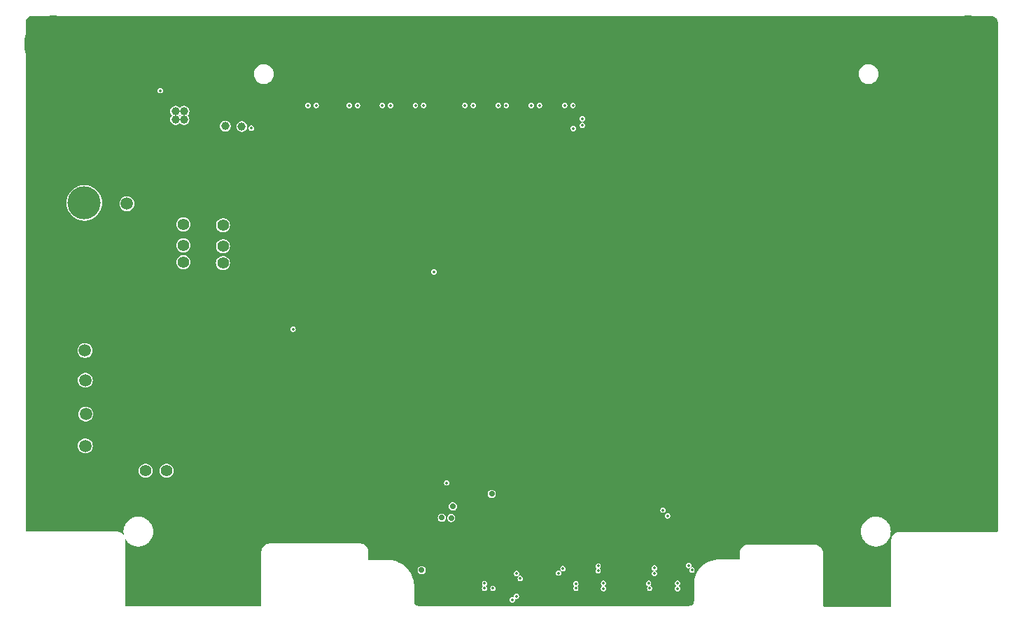
<source format=gbr>
%TF.GenerationSoftware,KiCad,Pcbnew,8.0.8*%
%TF.CreationDate,2025-08-06T16:05:48-04:00*%
%TF.ProjectId,pcie,70636965-2e6b-4696-9361-645f70636258,rev?*%
%TF.SameCoordinates,Original*%
%TF.FileFunction,Copper,L2,Inr*%
%TF.FilePolarity,Positive*%
%FSLAX46Y46*%
G04 Gerber Fmt 4.6, Leading zero omitted, Abs format (unit mm)*
G04 Created by KiCad (PCBNEW 8.0.8) date 2025-08-06 16:05:48*
%MOMM*%
%LPD*%
G01*
G04 APERTURE LIST*
%TA.AperFunction,ComponentPad*%
%ADD10C,7.000000*%
%TD*%
%TA.AperFunction,ComponentPad*%
%ADD11C,1.400000*%
%TD*%
%TA.AperFunction,ComponentPad*%
%ADD12C,1.500000*%
%TD*%
%TA.AperFunction,ComponentPad*%
%ADD13C,4.000000*%
%TD*%
%TA.AperFunction,ComponentPad*%
%ADD14C,1.700000*%
%TD*%
%TA.AperFunction,ComponentPad*%
%ADD15C,3.000000*%
%TD*%
%TA.AperFunction,ViaPad*%
%ADD16C,0.350000*%
%TD*%
%TA.AperFunction,ViaPad*%
%ADD17C,0.700000*%
%TD*%
%TA.AperFunction,ViaPad*%
%ADD18C,1.000000*%
%TD*%
G04 APERTURE END LIST*
D10*
%TO.N,GND*%
%TO.C,*%
X234540000Y-85100000D03*
%TD*%
%TO.N,GND*%
%TO.C,*%
X240640000Y-30000000D03*
%TD*%
%TO.N,GND*%
%TO.C,*%
X130000000Y-30000000D03*
%TD*%
%TO.N,GND*%
%TO.C,REF\u002A\u002A*%
X150640000Y-94100000D03*
%TD*%
D11*
%TO.N,unconnected-(J1-PWR_GOOD-PadPL1)*%
%TO.C,REF\u002A\u002A*%
X141180000Y-81650000D03*
%TO.N,unconnected-(J1-PWR_EN-PadPK2)*%
X143720000Y-81650000D03*
%TD*%
%TO.N,unconnected-(J1-12V_FAN-PadPL4)*%
%TO.C,REF\u002A\u002A*%
X150525000Y-51910000D03*
%TO.N,unconnected-(J1-FAN1_PWM-PadPK5)*%
X150525000Y-54450000D03*
%TD*%
%TO.N,unconnected-(J1-FAN1_SPEED-PadPJ2)*%
%TO.C,REF\u002A\u002A*%
X150520000Y-56490000D03*
%TO.N,GND*%
X150520000Y-59030000D03*
%TD*%
%TO.N,unconnected-(J1-FAN0_SPEED-PadPH2)*%
%TO.C,REF\u002A\u002A*%
X145720000Y-56385000D03*
%TO.N,GND*%
X145720000Y-58925000D03*
%TD*%
%TO.N,unconnected-(J1-12V_FAN-PadPL4)*%
%TO.C,REF\u002A\u002A*%
X145725000Y-51805000D03*
%TO.N,unconnected-(J1-FAN0_PWM-PadPL5)*%
X145725000Y-54345000D03*
%TD*%
D12*
%TO.N,Net-(J1-VADP_GPU-PadPA1)*%
%TO.C,REF\u002A\u002A*%
X133825000Y-67075000D03*
%TD*%
%TO.N,VIN*%
%TO.C,REF\u002A\u002A*%
X133925000Y-74775000D03*
%TD*%
%TO.N,+5V*%
%TO.C,REF\u002A\u002A*%
X133875000Y-78625000D03*
%TD*%
%TO.N,+3.3V ALW*%
%TO.C,REF\u002A\u002A*%
X133875000Y-70675000D03*
%TD*%
D13*
%TO.N,GND*%
%TO.C,REF\u002A\u002A*%
X133750000Y-57100000D03*
%TD*%
D12*
%TO.N,+3.3V*%
%TO.C,REF\u002A\u002A*%
X138900000Y-49300000D03*
%TD*%
D13*
%TO.N,+12V*%
%TO.C,REF\u002A\u002A*%
X133750000Y-49200000D03*
%TD*%
D14*
%TO.N,GND*%
%TO.C,J1*%
X205680000Y-88370000D03*
X199300000Y-96840000D03*
D15*
X199300000Y-92750000D03*
D14*
X192960000Y-88390000D03*
X189020000Y-97080000D03*
D15*
X182640000Y-92760000D03*
D14*
X182640000Y-88560000D03*
X176300000Y-97100000D03*
%TD*%
D16*
%TO.N,unconnected-(J1-PWR_EN-PadPK2)*%
X186000000Y-96825000D03*
%TO.N,unconnected-(J1-PWR_GOOD-PadPL1)*%
X185525000Y-97250000D03*
%TO.N,unconnected-(J1-FAN1_PWM-PadPK5)*%
X159000000Y-64500000D03*
%TO.N,unconnected-(J1-12V_FAN-PadPL4)*%
X177600000Y-83100000D03*
D17*
%TO.N,Net-(J1-VADP_GPU-PadPA1)*%
X183030000Y-84450000D03*
%TO.N,+3.3V ALW*%
X178330000Y-85950000D03*
%TO.N,+5V*%
X174560000Y-93660000D03*
D16*
%TO.N,unconnected-(J1-FAN0_PWM-PadPL5)*%
X182170000Y-95880000D03*
%TO.N,unconnected-(J1-FAN1_PWM-PadPK5)*%
X182180000Y-95280000D03*
%TO.N,unconnected-(J1-12V_FAN-PadPL4)*%
X183175000Y-95875000D03*
%TO.N,unconnected-(J1-FAN1_SPEED-PadPJ2)*%
X186480000Y-94680000D03*
%TO.N,unconnected-(J1-FAN0_SPEED-PadPH2)*%
X186045000Y-94073682D03*
%TO.N,GND*%
X203820000Y-90470000D03*
D18*
%TO.N,+12V*%
X144800000Y-39100000D03*
X145800000Y-39100000D03*
X145800000Y-38100000D03*
X144800000Y-38100000D03*
D16*
%TO.N,GND*%
X139200000Y-32500000D03*
X231400000Y-32500000D03*
%TO.N,PRSNT*%
X192900000Y-40200000D03*
X142950000Y-35600000D03*
%TO.N,PERST_RST*%
X153950000Y-40150000D03*
X176050000Y-57550000D03*
D17*
%TO.N,VIN*%
X177000000Y-87325000D03*
X178120000Y-87350000D03*
%TO.N,GND*%
X185900000Y-88350000D03*
X179000000Y-88300000D03*
X179650000Y-88300000D03*
D16*
X197950000Y-91050000D03*
X203750000Y-87100000D03*
%TO.N,REFCLK+*%
X203750000Y-86400000D03*
%TO.N,REFCLK-*%
X204300000Y-87100000D03*
%TO.N,GND*%
X194000000Y-38500000D03*
X194000000Y-40300003D03*
%TO.N,REFCLK-*%
X194000000Y-39000000D03*
%TO.N,REFCLK+*%
X194000000Y-39800000D03*
D18*
%TO.N,+3.3V*%
X152800000Y-39950000D03*
X150800000Y-39900000D03*
D16*
%TO.N,GND*%
X143100000Y-46850000D03*
X146800000Y-37450000D03*
X146800000Y-43950000D03*
X149800000Y-43950000D03*
X157800000Y-43950000D03*
X156800000Y-37450000D03*
X193200000Y-91070000D03*
X205420000Y-91070000D03*
X202850000Y-94700000D03*
X214600000Y-37400000D03*
X224000000Y-37400000D03*
X177150000Y-44000000D03*
X171150000Y-44000000D03*
X185600000Y-37400000D03*
X226600000Y-37400000D03*
X216600000Y-43900000D03*
X210600000Y-37400000D03*
X167600000Y-37400000D03*
X222000000Y-43900000D03*
X208600000Y-43900000D03*
X206850000Y-92350000D03*
X179000000Y-37400000D03*
X195891481Y-94307168D03*
X214000000Y-43900000D03*
X189150000Y-44000000D03*
X196800000Y-43950000D03*
X199800000Y-37450000D03*
X169400000Y-44000000D03*
X167150000Y-44000000D03*
X222600000Y-37400000D03*
X173400000Y-44000000D03*
X191000000Y-37400000D03*
X198800000Y-37450000D03*
X183400000Y-44000000D03*
X187000000Y-37400000D03*
X196550000Y-96400000D03*
X163150000Y-44000000D03*
X218600000Y-37400000D03*
X193800000Y-43950000D03*
X189600000Y-37400000D03*
X187400000Y-44000000D03*
X195800000Y-37450000D03*
X160000000Y-37400000D03*
X185150000Y-44000000D03*
X200800000Y-43950000D03*
X220600000Y-43900000D03*
X193600000Y-37400000D03*
X169000000Y-37400000D03*
X208000000Y-37400000D03*
X162600000Y-37400000D03*
X202000000Y-43900000D03*
X165400000Y-44000000D03*
X216000000Y-37400000D03*
X173000000Y-37400000D03*
X212600000Y-43900000D03*
X210000000Y-43900000D03*
X179400000Y-44000000D03*
X205500000Y-94668876D03*
X212000000Y-37400000D03*
X183000000Y-37400000D03*
X181600000Y-37400000D03*
X191650000Y-92900000D03*
X206600000Y-37400000D03*
X191150000Y-94650000D03*
X204000000Y-37400000D03*
X206000000Y-43900000D03*
X202800000Y-37450000D03*
X193200000Y-96350000D03*
X165000000Y-37400000D03*
X224600000Y-43900000D03*
X218000000Y-43900000D03*
X181150000Y-44000000D03*
X220000000Y-37400000D03*
X175600000Y-37400000D03*
X171600000Y-37400000D03*
X197800000Y-43950000D03*
X191350000Y-44100000D03*
X204600000Y-43900000D03*
%TO.N,H_RX5N*%
X202700000Y-94070000D03*
X184800000Y-37400000D03*
%TO.N,H_RX4N*%
X202150000Y-95850000D03*
X180800000Y-37400000D03*
%TO.N,H_RX7N*%
X207250000Y-93650000D03*
X192850000Y-37400000D03*
%TO.N,H_RX3P*%
X173800000Y-37400000D03*
X196550000Y-95900000D03*
%TO.N,H_RX7P*%
X206850000Y-93100000D03*
X191850000Y-37400000D03*
%TO.N,H_RX5P*%
X202700000Y-93400003D03*
X183800000Y-37400000D03*
%TO.N,H_RX4P*%
X202000000Y-95270000D03*
X179800000Y-37400000D03*
%TO.N,H_RX0P*%
X191125372Y-94026097D03*
X160800000Y-37400000D03*
%TO.N,H_RX6P*%
X205500000Y-95250000D03*
X187800000Y-37400000D03*
%TO.N,H_RX1N*%
X193200000Y-95300000D03*
X166800000Y-37400000D03*
%TO.N,H_RX3N*%
X174800000Y-37400000D03*
X196550000Y-95250000D03*
%TO.N,H_RX0N*%
X161800000Y-37400000D03*
X191653973Y-93494040D03*
%TO.N,H_RX2P*%
X195900000Y-93746101D03*
X169800000Y-37400000D03*
%TO.N,H_RX1P*%
X165800000Y-37400000D03*
X193200000Y-95850000D03*
%TO.N,H_RX6N*%
X188800000Y-37400000D03*
X205500000Y-95900000D03*
%TO.N,H_RX2N*%
X170800000Y-37400000D03*
X195900000Y-93154105D03*
%TO.N,GND*%
X200630000Y-91070000D03*
%TD*%
%TA.AperFunction,Conductor*%
%TO.N,GND*%
G36*
X243551179Y-26598535D02*
G01*
X243562794Y-26599679D01*
X243684521Y-26611668D01*
X243689122Y-26612582D01*
X243779788Y-26640086D01*
X243816224Y-26651139D01*
X243820570Y-26652940D01*
X243875236Y-26682159D01*
X243937697Y-26715544D01*
X243941605Y-26718156D01*
X244044265Y-26802407D01*
X244047592Y-26805734D01*
X244103088Y-26873356D01*
X244128517Y-26904342D01*
X244131843Y-26908394D01*
X244134457Y-26912306D01*
X244197059Y-27029429D01*
X244198860Y-27033775D01*
X244237415Y-27160870D01*
X244238332Y-27165485D01*
X244251465Y-27298822D01*
X244251581Y-27301174D01*
X244251581Y-27367042D01*
X244251633Y-27367840D01*
X244299497Y-88848102D01*
X244299202Y-88851875D01*
X244290330Y-88907895D01*
X244288009Y-88915037D01*
X244263125Y-88963874D01*
X244258712Y-88969949D01*
X244219949Y-89008712D01*
X244213874Y-89013125D01*
X244165037Y-89038009D01*
X244157896Y-89040329D01*
X244101864Y-89049204D01*
X244098109Y-89049500D01*
X232308093Y-89049500D01*
X232127074Y-89081418D01*
X231954338Y-89144289D01*
X231954338Y-89144290D01*
X231795153Y-89236195D01*
X231654351Y-89354342D01*
X231654342Y-89354351D01*
X231536195Y-89495153D01*
X231444290Y-89654338D01*
X231444289Y-89654338D01*
X231381418Y-89827074D01*
X231349500Y-90008092D01*
X231349500Y-97996841D01*
X231348682Y-98003053D01*
X231337834Y-98043537D01*
X231331623Y-98054296D01*
X231304296Y-98081623D01*
X231293537Y-98087834D01*
X231264739Y-98095550D01*
X231253051Y-98098682D01*
X231246842Y-98099500D01*
X223302364Y-98099500D01*
X223297682Y-98099039D01*
X223295887Y-98098682D01*
X223283817Y-98096281D01*
X223247471Y-98089051D01*
X223238819Y-98085467D01*
X223226214Y-98077045D01*
X223198254Y-98058362D01*
X223191637Y-98051745D01*
X223164531Y-98011179D01*
X223160948Y-98002528D01*
X223160445Y-98000000D01*
X223150961Y-97952317D01*
X223150500Y-97947635D01*
X223150500Y-91655521D01*
X223150500Y-91655519D01*
X223120940Y-91468882D01*
X223120937Y-91468874D01*
X223120937Y-91468871D01*
X223062549Y-91289175D01*
X223062547Y-91289168D01*
X222976760Y-91120801D01*
X222976756Y-91120794D01*
X222865693Y-90967931D01*
X222865692Y-90967930D01*
X222865690Y-90967927D01*
X222732073Y-90834310D01*
X222732069Y-90834307D01*
X222732068Y-90834306D01*
X222579205Y-90723243D01*
X222579198Y-90723239D01*
X222410834Y-90637454D01*
X222410824Y-90637450D01*
X222231128Y-90579062D01*
X222231122Y-90579061D01*
X222231120Y-90579060D01*
X222231118Y-90579060D01*
X222044481Y-90549500D01*
X222015892Y-90549500D01*
X214165892Y-90549500D01*
X214100000Y-90549500D01*
X214008093Y-90549500D01*
X213827074Y-90581418D01*
X213654338Y-90644289D01*
X213654338Y-90644290D01*
X213495153Y-90736195D01*
X213354351Y-90854342D01*
X213354342Y-90854351D01*
X213236195Y-90995153D01*
X213144290Y-91154338D01*
X213144289Y-91154338D01*
X213081418Y-91327074D01*
X213049500Y-91508092D01*
X213049500Y-92375500D01*
X213042471Y-92392471D01*
X213025500Y-92399500D01*
X210284301Y-92399500D01*
X209955000Y-92436602D01*
X209954992Y-92436604D01*
X209631909Y-92510346D01*
X209631898Y-92510349D01*
X209319113Y-92619797D01*
X209319112Y-92619798D01*
X209020540Y-92763582D01*
X209020530Y-92763588D01*
X208739942Y-92939894D01*
X208480849Y-93146514D01*
X208246514Y-93380849D01*
X208039894Y-93639942D01*
X207863588Y-93920530D01*
X207863582Y-93920540D01*
X207719798Y-94219112D01*
X207719797Y-94219113D01*
X207610349Y-94531898D01*
X207610346Y-94531909D01*
X207536604Y-94854992D01*
X207536602Y-94855000D01*
X207499500Y-95184301D01*
X207499500Y-97398653D01*
X207499349Y-97401340D01*
X207484771Y-97530713D01*
X207483575Y-97535953D01*
X207441023Y-97657561D01*
X207438691Y-97662403D01*
X207370148Y-97771489D01*
X207366798Y-97775691D01*
X207275691Y-97866798D01*
X207271489Y-97870148D01*
X207162403Y-97938691D01*
X207157561Y-97941023D01*
X207035953Y-97983575D01*
X207030713Y-97984771D01*
X206901340Y-97999349D01*
X206898653Y-97999500D01*
X174151347Y-97999500D01*
X174148660Y-97999349D01*
X174041538Y-97987278D01*
X174036298Y-97986082D01*
X173935826Y-97950926D01*
X173930984Y-97948594D01*
X173840859Y-97891965D01*
X173836657Y-97888615D01*
X173761384Y-97813342D01*
X173758034Y-97809140D01*
X173742305Y-97784108D01*
X173701405Y-97719015D01*
X173699073Y-97714173D01*
X173663917Y-97613701D01*
X173662721Y-97608461D01*
X173650651Y-97501340D01*
X173650500Y-97498653D01*
X173650500Y-97249997D01*
X185194479Y-97249997D01*
X185194479Y-97250002D01*
X185214410Y-97363040D01*
X185214411Y-97363043D01*
X185214412Y-97363045D01*
X185271806Y-97462455D01*
X185359739Y-97536240D01*
X185467606Y-97575500D01*
X185582394Y-97575500D01*
X185690261Y-97536240D01*
X185778194Y-97462455D01*
X185835588Y-97363045D01*
X185835589Y-97363040D01*
X185855521Y-97250002D01*
X185855521Y-97249998D01*
X185838019Y-97150744D01*
X185841994Y-97132810D01*
X185857486Y-97122941D01*
X185869859Y-97124022D01*
X185942606Y-97150500D01*
X185942607Y-97150500D01*
X186057394Y-97150500D01*
X186165261Y-97111240D01*
X186253194Y-97037455D01*
X186310588Y-96938045D01*
X186310589Y-96938040D01*
X186330521Y-96825002D01*
X186330521Y-96824997D01*
X186310589Y-96711959D01*
X186310588Y-96711958D01*
X186310588Y-96711955D01*
X186253194Y-96612545D01*
X186165261Y-96538760D01*
X186057394Y-96499500D01*
X185942606Y-96499500D01*
X185834740Y-96538760D01*
X185834739Y-96538760D01*
X185834738Y-96538761D01*
X185746805Y-96612545D01*
X185689412Y-96711955D01*
X185689410Y-96711959D01*
X185669479Y-96824997D01*
X185669479Y-96825002D01*
X185686980Y-96924255D01*
X185683005Y-96942189D01*
X185667513Y-96952058D01*
X185655137Y-96950976D01*
X185582394Y-96924500D01*
X185467606Y-96924500D01*
X185359740Y-96963760D01*
X185359739Y-96963760D01*
X185359738Y-96963761D01*
X185271805Y-97037545D01*
X185214412Y-97136955D01*
X185214410Y-97136959D01*
X185194479Y-97249997D01*
X173650500Y-97249997D01*
X173650500Y-95879997D01*
X181839479Y-95879997D01*
X181839479Y-95880002D01*
X181859410Y-95993040D01*
X181859411Y-95993043D01*
X181859412Y-95993045D01*
X181870959Y-96013045D01*
X181913918Y-96087454D01*
X181916806Y-96092455D01*
X182004739Y-96166240D01*
X182112606Y-96205500D01*
X182227394Y-96205500D01*
X182335261Y-96166240D01*
X182423194Y-96092455D01*
X182480588Y-95993045D01*
X182496994Y-95900002D01*
X182500521Y-95880002D01*
X182500521Y-95879997D01*
X182499639Y-95874997D01*
X182844479Y-95874997D01*
X182844479Y-95875002D01*
X182864410Y-95988040D01*
X182864411Y-95988043D01*
X182864412Y-95988045D01*
X182921806Y-96087455D01*
X183009739Y-96161240D01*
X183117606Y-96200500D01*
X183232394Y-96200500D01*
X183340261Y-96161240D01*
X183428194Y-96087455D01*
X183485588Y-95988045D01*
X183489996Y-95963045D01*
X183505521Y-95875002D01*
X183505521Y-95874997D01*
X183485589Y-95761959D01*
X183485588Y-95761958D01*
X183485588Y-95761955D01*
X183428194Y-95662545D01*
X183340261Y-95588760D01*
X183232394Y-95549500D01*
X183117606Y-95549500D01*
X183009740Y-95588760D01*
X183009739Y-95588760D01*
X183009738Y-95588761D01*
X182921805Y-95662545D01*
X182864412Y-95761955D01*
X182864410Y-95761959D01*
X182844479Y-95874997D01*
X182499639Y-95874997D01*
X182480589Y-95766959D01*
X182480588Y-95766958D01*
X182480588Y-95766955D01*
X182423194Y-95667545D01*
X182387442Y-95637545D01*
X182345773Y-95602580D01*
X182337291Y-95586286D01*
X182342815Y-95568768D01*
X182345773Y-95565810D01*
X182348215Y-95563761D01*
X182433194Y-95492455D01*
X182490588Y-95393045D01*
X182492351Y-95383045D01*
X182506995Y-95299997D01*
X192869479Y-95299997D01*
X192869479Y-95300002D01*
X192889410Y-95413040D01*
X192889411Y-95413043D01*
X192889412Y-95413045D01*
X192917938Y-95462454D01*
X192946805Y-95512454D01*
X192999433Y-95556615D01*
X193007915Y-95572909D01*
X193002391Y-95590427D01*
X192999433Y-95593385D01*
X192946805Y-95637545D01*
X192889412Y-95736955D01*
X192889410Y-95736959D01*
X192869479Y-95849997D01*
X192869479Y-95850002D01*
X192889410Y-95963040D01*
X192889411Y-95963043D01*
X192889412Y-95963045D01*
X192946806Y-96062455D01*
X193034739Y-96136240D01*
X193142606Y-96175500D01*
X193257394Y-96175500D01*
X193365261Y-96136240D01*
X193453194Y-96062455D01*
X193510588Y-95963045D01*
X193525232Y-95879997D01*
X193530521Y-95850002D01*
X193530521Y-95849997D01*
X193510589Y-95736959D01*
X193510588Y-95736958D01*
X193510588Y-95736955D01*
X193453194Y-95637545D01*
X193400565Y-95593384D01*
X193392084Y-95577092D01*
X193397608Y-95559573D01*
X193400566Y-95556615D01*
X193401014Y-95556239D01*
X193453194Y-95512455D01*
X193510588Y-95413045D01*
X193514115Y-95393044D01*
X193530521Y-95300002D01*
X193530521Y-95299997D01*
X193521704Y-95249997D01*
X196219479Y-95249997D01*
X196219479Y-95250002D01*
X196239410Y-95363040D01*
X196239411Y-95363043D01*
X196239412Y-95363045D01*
X196296806Y-95462455D01*
X196384739Y-95536240D01*
X196429269Y-95552447D01*
X196442811Y-95564857D01*
X196443613Y-95583209D01*
X196431203Y-95596751D01*
X196429274Y-95597550D01*
X196384740Y-95613760D01*
X196384739Y-95613760D01*
X196384738Y-95613761D01*
X196296805Y-95687545D01*
X196239412Y-95786955D01*
X196239410Y-95786959D01*
X196219479Y-95899997D01*
X196219479Y-95900002D01*
X196239410Y-96013040D01*
X196239411Y-96013043D01*
X196239412Y-96013045D01*
X196296806Y-96112455D01*
X196384739Y-96186240D01*
X196492606Y-96225500D01*
X196607394Y-96225500D01*
X196715261Y-96186240D01*
X196803194Y-96112455D01*
X196860588Y-96013045D01*
X196864115Y-95993044D01*
X196880521Y-95900002D01*
X196880521Y-95899997D01*
X196860589Y-95786959D01*
X196860588Y-95786958D01*
X196860588Y-95786955D01*
X196803194Y-95687545D01*
X196715261Y-95613760D01*
X196715259Y-95613759D01*
X196670732Y-95597553D01*
X196657189Y-95585143D01*
X196656387Y-95566792D01*
X196668797Y-95553249D01*
X196670732Y-95552447D01*
X196678829Y-95549500D01*
X196715261Y-95536240D01*
X196803194Y-95462455D01*
X196860588Y-95363045D01*
X196876994Y-95270002D01*
X196876995Y-95269997D01*
X201669479Y-95269997D01*
X201669479Y-95270002D01*
X201689410Y-95383040D01*
X201689411Y-95383043D01*
X201689412Y-95383045D01*
X201722547Y-95440438D01*
X201746698Y-95482269D01*
X201746806Y-95482455D01*
X201834739Y-95556240D01*
X201906548Y-95582376D01*
X201920090Y-95594785D01*
X201920892Y-95613136D01*
X201913767Y-95623312D01*
X201896806Y-95637545D01*
X201839412Y-95736955D01*
X201839410Y-95736959D01*
X201819479Y-95849997D01*
X201819479Y-95850002D01*
X201839410Y-95963040D01*
X201839411Y-95963043D01*
X201839412Y-95963045D01*
X201896806Y-96062455D01*
X201984739Y-96136240D01*
X202092606Y-96175500D01*
X202207394Y-96175500D01*
X202315261Y-96136240D01*
X202403194Y-96062455D01*
X202460588Y-95963045D01*
X202475232Y-95879997D01*
X202480521Y-95850002D01*
X202480521Y-95849997D01*
X202460589Y-95736959D01*
X202460588Y-95736958D01*
X202460588Y-95736955D01*
X202403194Y-95637545D01*
X202315261Y-95563760D01*
X202243450Y-95537623D01*
X202229909Y-95525214D01*
X202229107Y-95506862D01*
X202236231Y-95496688D01*
X202253194Y-95482455D01*
X202310588Y-95383045D01*
X202314115Y-95363044D01*
X202330521Y-95270002D01*
X202330521Y-95269997D01*
X202326994Y-95249997D01*
X205169479Y-95249997D01*
X205169479Y-95250002D01*
X205189410Y-95363040D01*
X205189411Y-95363043D01*
X205189412Y-95363045D01*
X205246806Y-95462455D01*
X205334739Y-95536240D01*
X205379269Y-95552447D01*
X205392811Y-95564857D01*
X205393613Y-95583209D01*
X205381203Y-95596751D01*
X205379274Y-95597550D01*
X205334740Y-95613760D01*
X205334739Y-95613760D01*
X205334738Y-95613761D01*
X205246805Y-95687545D01*
X205189412Y-95786955D01*
X205189410Y-95786959D01*
X205169479Y-95899997D01*
X205169479Y-95900002D01*
X205189410Y-96013040D01*
X205189411Y-96013043D01*
X205189412Y-96013045D01*
X205246806Y-96112455D01*
X205334739Y-96186240D01*
X205442606Y-96225500D01*
X205557394Y-96225500D01*
X205665261Y-96186240D01*
X205753194Y-96112455D01*
X205810588Y-96013045D01*
X205814115Y-95993044D01*
X205830521Y-95900002D01*
X205830521Y-95899997D01*
X205810589Y-95786959D01*
X205810588Y-95786958D01*
X205810588Y-95786955D01*
X205753194Y-95687545D01*
X205665261Y-95613760D01*
X205665259Y-95613759D01*
X205620732Y-95597553D01*
X205607189Y-95585143D01*
X205606387Y-95566792D01*
X205618797Y-95553249D01*
X205620732Y-95552447D01*
X205628829Y-95549500D01*
X205665261Y-95536240D01*
X205753194Y-95462455D01*
X205810588Y-95363045D01*
X205826994Y-95270002D01*
X205830521Y-95250002D01*
X205830521Y-95249997D01*
X205810589Y-95136959D01*
X205810588Y-95136958D01*
X205810588Y-95136955D01*
X205753194Y-95037545D01*
X205665261Y-94963760D01*
X205557394Y-94924500D01*
X205442606Y-94924500D01*
X205334740Y-94963760D01*
X205334739Y-94963760D01*
X205334738Y-94963761D01*
X205246805Y-95037545D01*
X205189412Y-95136955D01*
X205189410Y-95136959D01*
X205169479Y-95249997D01*
X202326994Y-95249997D01*
X202310589Y-95156959D01*
X202310588Y-95156958D01*
X202310588Y-95156955D01*
X202253194Y-95057545D01*
X202165261Y-94983760D01*
X202057394Y-94944500D01*
X201942606Y-94944500D01*
X201834740Y-94983760D01*
X201834739Y-94983760D01*
X201834738Y-94983761D01*
X201746805Y-95057545D01*
X201689412Y-95156955D01*
X201689410Y-95156959D01*
X201669479Y-95269997D01*
X196876995Y-95269997D01*
X196880521Y-95250002D01*
X196880521Y-95249997D01*
X196860589Y-95136959D01*
X196860588Y-95136958D01*
X196860588Y-95136955D01*
X196803194Y-95037545D01*
X196715261Y-94963760D01*
X196607394Y-94924500D01*
X196492606Y-94924500D01*
X196384740Y-94963760D01*
X196384739Y-94963760D01*
X196384738Y-94963761D01*
X196296805Y-95037545D01*
X196239412Y-95136955D01*
X196239410Y-95136959D01*
X196219479Y-95249997D01*
X193521704Y-95249997D01*
X193510589Y-95186959D01*
X193510588Y-95186958D01*
X193510588Y-95186955D01*
X193453194Y-95087545D01*
X193365261Y-95013760D01*
X193257394Y-94974500D01*
X193142606Y-94974500D01*
X193034740Y-95013760D01*
X193034739Y-95013760D01*
X193034738Y-95013761D01*
X192946805Y-95087545D01*
X192889412Y-95186955D01*
X192889410Y-95186959D01*
X192869479Y-95299997D01*
X182506995Y-95299997D01*
X182510521Y-95280002D01*
X182510521Y-95279997D01*
X182490589Y-95166959D01*
X182490588Y-95166958D01*
X182490588Y-95166955D01*
X182433194Y-95067545D01*
X182345261Y-94993760D01*
X182237394Y-94954500D01*
X182122606Y-94954500D01*
X182014740Y-94993760D01*
X182014739Y-94993760D01*
X182014738Y-94993761D01*
X181926805Y-95067545D01*
X181869412Y-95166955D01*
X181869410Y-95166959D01*
X181849479Y-95279997D01*
X181849479Y-95280002D01*
X181869410Y-95393040D01*
X181869411Y-95393043D01*
X181869412Y-95393045D01*
X181880959Y-95413045D01*
X181921032Y-95482455D01*
X181926806Y-95492455D01*
X182003268Y-95556615D01*
X182004227Y-95557419D01*
X182012709Y-95573712D01*
X182007185Y-95591231D01*
X182004227Y-95594189D01*
X181916805Y-95667545D01*
X181859412Y-95766955D01*
X181859410Y-95766959D01*
X181839479Y-95879997D01*
X173650500Y-95879997D01*
X173650500Y-95482275D01*
X173650500Y-95482269D01*
X173615434Y-95148644D01*
X173545688Y-94820513D01*
X173536761Y-94793040D01*
X173500031Y-94679997D01*
X186149479Y-94679997D01*
X186149479Y-94680002D01*
X186169410Y-94793040D01*
X186169411Y-94793043D01*
X186169412Y-94793045D01*
X186226806Y-94892455D01*
X186314739Y-94966240D01*
X186422606Y-95005500D01*
X186537394Y-95005500D01*
X186645261Y-94966240D01*
X186733194Y-94892455D01*
X186790588Y-94793045D01*
X186810521Y-94680000D01*
X186810521Y-94679997D01*
X186790589Y-94566959D01*
X186790588Y-94566958D01*
X186790588Y-94566955D01*
X186733194Y-94467545D01*
X186645261Y-94393760D01*
X186537394Y-94354500D01*
X186422606Y-94354500D01*
X186314740Y-94393760D01*
X186314739Y-94393760D01*
X186314738Y-94393761D01*
X186226805Y-94467545D01*
X186169412Y-94566955D01*
X186169410Y-94566959D01*
X186149479Y-94679997D01*
X173500031Y-94679997D01*
X173451915Y-94531910D01*
X173442024Y-94501469D01*
X173305580Y-94195009D01*
X173137849Y-93904491D01*
X172998322Y-93712448D01*
X172960216Y-93660000D01*
X174054353Y-93660000D01*
X174074835Y-93802457D01*
X174134623Y-93933373D01*
X174228872Y-94042143D01*
X174349947Y-94119953D01*
X174488039Y-94160500D01*
X174488040Y-94160500D01*
X174631960Y-94160500D01*
X174631961Y-94160500D01*
X174770053Y-94119953D01*
X174842057Y-94073679D01*
X185714479Y-94073679D01*
X185714479Y-94073684D01*
X185734410Y-94186722D01*
X185734411Y-94186725D01*
X185734412Y-94186727D01*
X185753110Y-94219113D01*
X185789679Y-94282454D01*
X185791806Y-94286137D01*
X185879739Y-94359922D01*
X185987606Y-94399182D01*
X186102394Y-94399182D01*
X186210261Y-94359922D01*
X186298194Y-94286137D01*
X186355588Y-94186727D01*
X186356237Y-94183045D01*
X186375521Y-94073684D01*
X186375521Y-94073679D01*
X186367130Y-94026094D01*
X190794851Y-94026094D01*
X190794851Y-94026099D01*
X190814782Y-94139137D01*
X190814783Y-94139140D01*
X190814784Y-94139142D01*
X190872178Y-94238552D01*
X190960111Y-94312337D01*
X191067978Y-94351597D01*
X191182766Y-94351597D01*
X191290633Y-94312337D01*
X191378566Y-94238552D01*
X191435960Y-94139142D01*
X191447502Y-94073684D01*
X191455893Y-94026099D01*
X191455893Y-94026094D01*
X191435961Y-93913056D01*
X191435960Y-93913055D01*
X191435960Y-93913052D01*
X191378566Y-93813642D01*
X191290633Y-93739857D01*
X191182766Y-93700597D01*
X191067978Y-93700597D01*
X190960112Y-93739857D01*
X190960111Y-93739857D01*
X190960110Y-93739858D01*
X190872177Y-93813642D01*
X190814784Y-93913052D01*
X190814782Y-93913056D01*
X190794851Y-94026094D01*
X186367130Y-94026094D01*
X186355589Y-93960641D01*
X186355588Y-93960640D01*
X186355588Y-93960637D01*
X186298194Y-93861227D01*
X186210261Y-93787442D01*
X186102394Y-93748182D01*
X185987606Y-93748182D01*
X185879740Y-93787442D01*
X185879739Y-93787442D01*
X185879738Y-93787443D01*
X185791805Y-93861227D01*
X185734412Y-93960637D01*
X185734410Y-93960641D01*
X185714479Y-94073679D01*
X174842057Y-94073679D01*
X174891128Y-94042143D01*
X174985377Y-93933373D01*
X175045165Y-93802457D01*
X175065647Y-93660000D01*
X175045165Y-93517543D01*
X175034430Y-93494037D01*
X191323452Y-93494037D01*
X191323452Y-93494042D01*
X191343383Y-93607080D01*
X191343384Y-93607083D01*
X191343385Y-93607085D01*
X191358405Y-93633100D01*
X191397373Y-93700597D01*
X191400779Y-93706495D01*
X191488712Y-93780280D01*
X191596579Y-93819540D01*
X191711367Y-93819540D01*
X191819234Y-93780280D01*
X191907167Y-93706495D01*
X191964561Y-93607085D01*
X191964562Y-93607080D01*
X191984494Y-93494042D01*
X191984494Y-93494037D01*
X191964562Y-93380999D01*
X191964561Y-93380998D01*
X191964561Y-93380995D01*
X191907167Y-93281585D01*
X191819234Y-93207800D01*
X191711367Y-93168540D01*
X191596579Y-93168540D01*
X191488713Y-93207800D01*
X191488712Y-93207800D01*
X191488711Y-93207801D01*
X191400778Y-93281585D01*
X191343385Y-93380995D01*
X191343383Y-93380999D01*
X191323452Y-93494037D01*
X175034430Y-93494037D01*
X174985377Y-93386627D01*
X174891128Y-93277857D01*
X174891127Y-93277856D01*
X174770055Y-93200048D01*
X174770050Y-93200046D01*
X174727485Y-93187548D01*
X174631961Y-93159500D01*
X174488039Y-93159500D01*
X174430639Y-93176353D01*
X174349949Y-93200046D01*
X174349944Y-93200048D01*
X174228872Y-93277856D01*
X174134622Y-93386628D01*
X174076264Y-93514413D01*
X174074835Y-93517543D01*
X174054353Y-93660000D01*
X172960216Y-93660000D01*
X172940672Y-93633100D01*
X172940661Y-93633087D01*
X172716214Y-93383813D01*
X172716210Y-93383809D01*
X172716201Y-93383799D01*
X172716190Y-93383789D01*
X172716186Y-93383785D01*
X172466912Y-93159338D01*
X172466899Y-93159327D01*
X172459707Y-93154102D01*
X195569479Y-93154102D01*
X195569479Y-93154107D01*
X195589410Y-93267145D01*
X195589411Y-93267148D01*
X195589412Y-93267150D01*
X195610516Y-93303703D01*
X195643148Y-93360225D01*
X195646806Y-93366560D01*
X195670258Y-93386239D01*
X195724458Y-93431718D01*
X195732940Y-93448011D01*
X195727416Y-93465530D01*
X195724458Y-93468488D01*
X195646805Y-93533646D01*
X195589412Y-93633056D01*
X195589410Y-93633060D01*
X195569479Y-93746098D01*
X195569479Y-93746103D01*
X195589410Y-93859141D01*
X195589411Y-93859144D01*
X195589412Y-93859146D01*
X195615587Y-93904483D01*
X195645881Y-93956955D01*
X195646806Y-93958556D01*
X195734739Y-94032341D01*
X195842606Y-94071601D01*
X195957394Y-94071601D01*
X196065261Y-94032341D01*
X196153194Y-93958556D01*
X196210588Y-93859146D01*
X196220584Y-93802457D01*
X196230521Y-93746103D01*
X196230521Y-93746098D01*
X196210589Y-93633060D01*
X196210588Y-93633059D01*
X196210588Y-93633056D01*
X196153194Y-93533646D01*
X196075540Y-93468486D01*
X196067059Y-93452195D01*
X196072583Y-93434676D01*
X196075534Y-93431724D01*
X196113341Y-93400000D01*
X202369479Y-93400000D01*
X202369479Y-93400005D01*
X202389410Y-93513043D01*
X202389411Y-93513046D01*
X202389412Y-93513048D01*
X202446806Y-93612458D01*
X202534739Y-93686243D01*
X202606740Y-93712449D01*
X202620282Y-93724858D01*
X202621084Y-93743209D01*
X202608674Y-93756752D01*
X202606740Y-93757554D01*
X202534740Y-93783760D01*
X202534739Y-93783760D01*
X202534738Y-93783761D01*
X202446805Y-93857545D01*
X202389412Y-93956955D01*
X202389410Y-93956959D01*
X202369479Y-94069997D01*
X202369479Y-94070002D01*
X202389410Y-94183040D01*
X202389411Y-94183043D01*
X202389412Y-94183045D01*
X202446806Y-94282455D01*
X202534739Y-94356240D01*
X202642606Y-94395500D01*
X202757394Y-94395500D01*
X202865261Y-94356240D01*
X202953194Y-94282455D01*
X203010588Y-94183045D01*
X203014563Y-94160500D01*
X203030521Y-94070002D01*
X203030521Y-94069997D01*
X203010589Y-93956959D01*
X203010588Y-93956958D01*
X203010588Y-93956955D01*
X202953194Y-93857545D01*
X202865261Y-93783760D01*
X202793258Y-93757553D01*
X202779717Y-93745144D01*
X202778915Y-93726792D01*
X202791325Y-93713250D01*
X202793240Y-93712455D01*
X202865261Y-93686243D01*
X202953194Y-93612458D01*
X203010588Y-93513048D01*
X203018967Y-93465530D01*
X203030521Y-93400005D01*
X203030521Y-93400000D01*
X203010589Y-93286962D01*
X203010588Y-93286961D01*
X203010588Y-93286958D01*
X202953194Y-93187548D01*
X202865261Y-93113763D01*
X202827439Y-93099997D01*
X206519479Y-93099997D01*
X206519479Y-93100002D01*
X206539410Y-93213040D01*
X206539411Y-93213043D01*
X206539412Y-93213045D01*
X206570646Y-93267145D01*
X206596427Y-93311800D01*
X206596806Y-93312455D01*
X206684739Y-93386240D01*
X206792606Y-93425500D01*
X206907393Y-93425500D01*
X206907394Y-93425500D01*
X206967437Y-93403646D01*
X206985786Y-93404448D01*
X206998196Y-93417990D01*
X206997394Y-93436342D01*
X206996428Y-93438199D01*
X206939412Y-93536955D01*
X206939410Y-93536959D01*
X206919479Y-93649997D01*
X206919479Y-93650002D01*
X206939410Y-93763040D01*
X206939411Y-93763043D01*
X206939412Y-93763045D01*
X206962168Y-93802459D01*
X206994895Y-93859146D01*
X206996806Y-93862455D01*
X207084739Y-93936240D01*
X207192606Y-93975500D01*
X207307394Y-93975500D01*
X207415261Y-93936240D01*
X207503194Y-93862455D01*
X207560588Y-93763045D01*
X207563209Y-93748182D01*
X207580521Y-93650002D01*
X207580521Y-93649997D01*
X207560589Y-93536959D01*
X207560588Y-93536958D01*
X207560588Y-93536955D01*
X207503194Y-93437545D01*
X207415261Y-93363760D01*
X207307394Y-93324500D01*
X207192606Y-93324500D01*
X207132564Y-93346353D01*
X207114213Y-93345551D01*
X207101803Y-93332008D01*
X207102605Y-93313657D01*
X207103560Y-93311820D01*
X207160588Y-93213045D01*
X207165084Y-93187548D01*
X207180521Y-93100002D01*
X207180521Y-93099997D01*
X207160589Y-92986959D01*
X207160588Y-92986958D01*
X207160588Y-92986955D01*
X207103194Y-92887545D01*
X207015261Y-92813760D01*
X206907394Y-92774500D01*
X206792606Y-92774500D01*
X206684740Y-92813760D01*
X206684739Y-92813760D01*
X206684738Y-92813761D01*
X206596805Y-92887545D01*
X206539412Y-92986955D01*
X206539410Y-92986959D01*
X206519479Y-93099997D01*
X202827439Y-93099997D01*
X202757394Y-93074503D01*
X202642606Y-93074503D01*
X202534740Y-93113763D01*
X202534739Y-93113763D01*
X202534738Y-93113764D01*
X202446805Y-93187548D01*
X202389412Y-93286958D01*
X202389410Y-93286962D01*
X202369479Y-93400000D01*
X196113341Y-93400000D01*
X196153194Y-93366560D01*
X196210588Y-93267150D01*
X196220128Y-93213045D01*
X196230521Y-93154107D01*
X196230521Y-93154102D01*
X196210589Y-93041064D01*
X196210588Y-93041063D01*
X196210588Y-93041060D01*
X196153194Y-92941650D01*
X196065261Y-92867865D01*
X195957394Y-92828605D01*
X195842606Y-92828605D01*
X195734740Y-92867865D01*
X195734739Y-92867865D01*
X195734738Y-92867866D01*
X195646805Y-92941650D01*
X195589412Y-93041060D01*
X195589410Y-93041064D01*
X195569479Y-93154102D01*
X172459707Y-93154102D01*
X172195516Y-92962156D01*
X172195515Y-92962155D01*
X172195509Y-92962151D01*
X171904991Y-92794420D01*
X171829588Y-92760849D01*
X171598534Y-92657977D01*
X171598529Y-92657975D01*
X171279502Y-92554316D01*
X171279493Y-92554313D01*
X170951352Y-92484565D01*
X170804343Y-92469114D01*
X170617731Y-92449500D01*
X170617724Y-92449500D01*
X168124500Y-92449500D01*
X168107529Y-92442471D01*
X168100500Y-92425500D01*
X168100500Y-91362466D01*
X168076627Y-91227074D01*
X168070101Y-91190062D01*
X168010225Y-91025555D01*
X167922692Y-90873945D01*
X167906251Y-90854351D01*
X167810167Y-90739841D01*
X167810158Y-90739832D01*
X167676054Y-90627307D01*
X167631013Y-90601303D01*
X167524445Y-90539775D01*
X167359938Y-90479899D01*
X167359937Y-90479898D01*
X167359935Y-90479898D01*
X167187533Y-90449500D01*
X167187532Y-90449500D01*
X167165892Y-90449500D01*
X156265892Y-90449500D01*
X156200000Y-90449500D01*
X156108093Y-90449500D01*
X155927074Y-90481418D01*
X155754338Y-90544289D01*
X155754338Y-90544290D01*
X155595153Y-90636195D01*
X155454351Y-90754342D01*
X155454342Y-90754351D01*
X155336195Y-90895153D01*
X155244290Y-91054338D01*
X155244289Y-91054338D01*
X155181418Y-91227074D01*
X155149500Y-91408092D01*
X155149500Y-97897635D01*
X155149039Y-97902317D01*
X155139051Y-97952528D01*
X155135467Y-97961180D01*
X155108364Y-98001743D01*
X155101743Y-98008364D01*
X155061180Y-98035467D01*
X155052528Y-98039051D01*
X155002318Y-98049039D01*
X154997636Y-98049500D01*
X138901891Y-98049500D01*
X138898138Y-98049205D01*
X138871469Y-98044981D01*
X138842103Y-98040330D01*
X138834962Y-98038009D01*
X138786125Y-98013125D01*
X138780050Y-98008712D01*
X138741287Y-97969949D01*
X138736874Y-97963874D01*
X138711989Y-97915035D01*
X138709669Y-97907895D01*
X138700795Y-97851862D01*
X138700500Y-97848108D01*
X138700500Y-89937476D01*
X138707529Y-89920505D01*
X138724500Y-89913476D01*
X138741471Y-89920505D01*
X138745284Y-89925474D01*
X138752213Y-89937476D01*
X138798184Y-90017101D01*
X138966437Y-90228082D01*
X138966439Y-90228085D01*
X139164252Y-90411629D01*
X139164255Y-90411631D01*
X139164259Y-90411635D01*
X139219797Y-90449500D01*
X139387227Y-90563652D01*
X139387228Y-90563653D01*
X139630352Y-90680735D01*
X139630356Y-90680736D01*
X139630359Y-90680738D01*
X139888228Y-90760280D01*
X140088360Y-90790445D01*
X140155070Y-90800500D01*
X140155071Y-90800500D01*
X140424930Y-90800500D01*
X140478297Y-90792456D01*
X140691772Y-90760280D01*
X140949641Y-90680738D01*
X141025328Y-90644289D01*
X141192772Y-90563653D01*
X141192773Y-90563652D01*
X141192773Y-90563651D01*
X141192775Y-90563651D01*
X141415741Y-90411635D01*
X141613561Y-90228085D01*
X141781815Y-90017102D01*
X141916743Y-89783398D01*
X142015334Y-89532195D01*
X142075383Y-89269103D01*
X142095549Y-89000000D01*
X227694451Y-89000000D01*
X227714616Y-89269102D01*
X227774666Y-89532195D01*
X227774666Y-89532196D01*
X227822604Y-89654338D01*
X227873257Y-89783398D01*
X227894111Y-89819518D01*
X228008184Y-90017101D01*
X228176437Y-90228082D01*
X228176439Y-90228085D01*
X228374252Y-90411629D01*
X228374255Y-90411631D01*
X228374259Y-90411635D01*
X228429797Y-90449500D01*
X228597227Y-90563652D01*
X228597228Y-90563653D01*
X228840352Y-90680735D01*
X228840356Y-90680736D01*
X228840359Y-90680738D01*
X229098228Y-90760280D01*
X229298360Y-90790445D01*
X229365070Y-90800500D01*
X229365071Y-90800500D01*
X229634930Y-90800500D01*
X229688297Y-90792456D01*
X229901772Y-90760280D01*
X230159641Y-90680738D01*
X230235328Y-90644289D01*
X230402772Y-90563653D01*
X230402773Y-90563652D01*
X230402773Y-90563651D01*
X230402775Y-90563651D01*
X230625741Y-90411635D01*
X230823561Y-90228085D01*
X230991815Y-90017102D01*
X231126743Y-89783398D01*
X231225334Y-89532195D01*
X231285383Y-89269103D01*
X231305549Y-89000000D01*
X231285383Y-88730897D01*
X231225334Y-88467805D01*
X231126743Y-88216602D01*
X230991815Y-87982898D01*
X230823561Y-87771915D01*
X230780697Y-87732143D01*
X230625747Y-87588370D01*
X230625738Y-87588363D01*
X230402773Y-87436347D01*
X230402772Y-87436346D01*
X230159647Y-87319264D01*
X230159642Y-87319262D01*
X230012962Y-87274017D01*
X229901772Y-87239720D01*
X229901770Y-87239719D01*
X229901768Y-87239719D01*
X229634930Y-87199500D01*
X229634929Y-87199500D01*
X229365071Y-87199500D01*
X229365070Y-87199500D01*
X229098231Y-87239719D01*
X228840357Y-87319262D01*
X228840352Y-87319264D01*
X228597228Y-87436346D01*
X228597227Y-87436347D01*
X228374261Y-87588363D01*
X228374252Y-87588370D01*
X228176439Y-87771914D01*
X228176437Y-87771917D01*
X228008184Y-87982898D01*
X227873256Y-88216603D01*
X227774666Y-88467803D01*
X227774666Y-88467804D01*
X227714616Y-88730897D01*
X227694451Y-89000000D01*
X142095549Y-89000000D01*
X142075383Y-88730897D01*
X142015334Y-88467805D01*
X141916743Y-88216602D01*
X141781815Y-87982898D01*
X141613561Y-87771915D01*
X141570697Y-87732143D01*
X141415747Y-87588370D01*
X141415738Y-87588363D01*
X141192773Y-87436347D01*
X141192772Y-87436346D01*
X140961558Y-87325000D01*
X176494353Y-87325000D01*
X176514835Y-87467457D01*
X176514836Y-87467459D01*
X176570051Y-87588363D01*
X176574623Y-87598373D01*
X176668872Y-87707143D01*
X176789947Y-87784953D01*
X176928039Y-87825500D01*
X176928040Y-87825500D01*
X177071960Y-87825500D01*
X177071961Y-87825500D01*
X177210053Y-87784953D01*
X177331128Y-87707143D01*
X177425377Y-87598373D01*
X177485165Y-87467457D01*
X177502053Y-87350000D01*
X177614353Y-87350000D01*
X177634835Y-87492457D01*
X177694623Y-87623373D01*
X177788872Y-87732143D01*
X177909947Y-87809953D01*
X178048039Y-87850500D01*
X178048040Y-87850500D01*
X178191960Y-87850500D01*
X178191961Y-87850500D01*
X178330053Y-87809953D01*
X178451128Y-87732143D01*
X178545377Y-87623373D01*
X178605165Y-87492457D01*
X178625647Y-87350000D01*
X178605165Y-87207543D01*
X178556050Y-87099997D01*
X203969479Y-87099997D01*
X203969479Y-87100002D01*
X203989410Y-87213040D01*
X203989411Y-87213043D01*
X203989412Y-87213045D01*
X204046806Y-87312455D01*
X204134739Y-87386240D01*
X204242606Y-87425500D01*
X204357394Y-87425500D01*
X204465261Y-87386240D01*
X204553194Y-87312455D01*
X204610588Y-87213045D01*
X204611559Y-87207540D01*
X204630521Y-87100002D01*
X204630521Y-87099997D01*
X204610589Y-86986959D01*
X204610588Y-86986958D01*
X204610588Y-86986955D01*
X204553194Y-86887545D01*
X204465261Y-86813760D01*
X204357394Y-86774500D01*
X204242606Y-86774500D01*
X204134740Y-86813760D01*
X204134739Y-86813760D01*
X204134738Y-86813761D01*
X204046805Y-86887545D01*
X203989412Y-86986955D01*
X203989410Y-86986959D01*
X203969479Y-87099997D01*
X178556050Y-87099997D01*
X178545377Y-87076627D01*
X178451128Y-86967857D01*
X178451127Y-86967856D01*
X178330055Y-86890048D01*
X178330050Y-86890046D01*
X178244913Y-86865048D01*
X178191961Y-86849500D01*
X178048039Y-86849500D01*
X177995094Y-86865046D01*
X177909949Y-86890046D01*
X177909944Y-86890048D01*
X177788872Y-86967856D01*
X177694622Y-87076628D01*
X177646252Y-87182543D01*
X177634835Y-87207543D01*
X177614353Y-87350000D01*
X177502053Y-87350000D01*
X177505647Y-87325000D01*
X177485165Y-87182543D01*
X177425377Y-87051627D01*
X177331128Y-86942857D01*
X177331127Y-86942856D01*
X177210055Y-86865048D01*
X177210050Y-86865046D01*
X177157104Y-86849500D01*
X177071961Y-86824500D01*
X176928039Y-86824500D01*
X176870639Y-86841353D01*
X176789949Y-86865046D01*
X176789944Y-86865048D01*
X176668872Y-86942856D01*
X176574622Y-87051628D01*
X176514836Y-87182540D01*
X176514835Y-87182543D01*
X176494353Y-87325000D01*
X140961558Y-87325000D01*
X140949647Y-87319264D01*
X140949642Y-87319262D01*
X140802962Y-87274017D01*
X140691772Y-87239720D01*
X140691770Y-87239719D01*
X140691768Y-87239719D01*
X140424930Y-87199500D01*
X140424929Y-87199500D01*
X140155071Y-87199500D01*
X140155070Y-87199500D01*
X139888231Y-87239719D01*
X139630357Y-87319262D01*
X139630352Y-87319264D01*
X139387228Y-87436346D01*
X139387227Y-87436347D01*
X139164261Y-87588363D01*
X139164252Y-87588370D01*
X138966439Y-87771914D01*
X138966437Y-87771917D01*
X138798184Y-87982898D01*
X138663256Y-88216603D01*
X138564666Y-88467803D01*
X138564666Y-88467804D01*
X138504616Y-88730897D01*
X138484451Y-89000000D01*
X138504616Y-89269103D01*
X138524286Y-89355282D01*
X138521209Y-89373391D01*
X138506228Y-89384020D01*
X138488119Y-89380943D01*
X138482503Y-89376049D01*
X138410167Y-89289841D01*
X138410158Y-89289832D01*
X138276054Y-89177307D01*
X138218865Y-89144289D01*
X138124445Y-89089775D01*
X137959938Y-89029899D01*
X137959937Y-89029898D01*
X137959935Y-89029898D01*
X137787533Y-88999500D01*
X137787532Y-88999500D01*
X137765892Y-88999500D01*
X126724500Y-88999500D01*
X126707529Y-88992471D01*
X126700500Y-88975500D01*
X126700500Y-88932542D01*
X126700488Y-88932387D01*
X126700006Y-85950000D01*
X177824353Y-85950000D01*
X177844835Y-86092457D01*
X177904623Y-86223373D01*
X177998872Y-86332143D01*
X178119947Y-86409953D01*
X178258039Y-86450500D01*
X178258040Y-86450500D01*
X178401960Y-86450500D01*
X178401961Y-86450500D01*
X178540053Y-86409953D01*
X178555545Y-86399997D01*
X203419479Y-86399997D01*
X203419479Y-86400002D01*
X203439410Y-86513040D01*
X203439411Y-86513043D01*
X203439412Y-86513045D01*
X203496806Y-86612455D01*
X203584739Y-86686240D01*
X203692606Y-86725500D01*
X203807394Y-86725500D01*
X203915261Y-86686240D01*
X204003194Y-86612455D01*
X204060588Y-86513045D01*
X204060589Y-86513040D01*
X204080521Y-86400002D01*
X204080521Y-86399997D01*
X204060589Y-86286959D01*
X204060588Y-86286958D01*
X204060588Y-86286955D01*
X204003194Y-86187545D01*
X203915261Y-86113760D01*
X203807394Y-86074500D01*
X203692606Y-86074500D01*
X203584740Y-86113760D01*
X203584739Y-86113760D01*
X203584738Y-86113761D01*
X203496805Y-86187545D01*
X203439412Y-86286955D01*
X203439410Y-86286959D01*
X203419479Y-86399997D01*
X178555545Y-86399997D01*
X178661128Y-86332143D01*
X178755377Y-86223373D01*
X178815165Y-86092457D01*
X178835647Y-85950000D01*
X178815165Y-85807543D01*
X178755377Y-85676627D01*
X178661128Y-85567857D01*
X178661127Y-85567856D01*
X178540055Y-85490048D01*
X178540050Y-85490046D01*
X178500193Y-85478343D01*
X178401961Y-85449500D01*
X178258039Y-85449500D01*
X178200639Y-85466353D01*
X178119949Y-85490046D01*
X178119944Y-85490048D01*
X177998872Y-85567856D01*
X177904622Y-85676628D01*
X177844836Y-85807540D01*
X177844835Y-85807543D01*
X177824353Y-85950000D01*
X126700006Y-85950000D01*
X126699763Y-84450000D01*
X182524353Y-84450000D01*
X182544835Y-84592457D01*
X182604623Y-84723373D01*
X182698872Y-84832143D01*
X182819947Y-84909953D01*
X182958039Y-84950500D01*
X182958040Y-84950500D01*
X183101960Y-84950500D01*
X183101961Y-84950500D01*
X183240053Y-84909953D01*
X183361128Y-84832143D01*
X183455377Y-84723373D01*
X183515165Y-84592457D01*
X183535647Y-84450000D01*
X183515165Y-84307543D01*
X183455377Y-84176627D01*
X183361128Y-84067857D01*
X183361127Y-84067856D01*
X183240055Y-83990048D01*
X183240050Y-83990046D01*
X183200193Y-83978343D01*
X183101961Y-83949500D01*
X182958039Y-83949500D01*
X182900639Y-83966353D01*
X182819949Y-83990046D01*
X182819944Y-83990048D01*
X182698872Y-84067856D01*
X182604622Y-84176628D01*
X182544836Y-84307540D01*
X182544835Y-84307543D01*
X182524353Y-84450000D01*
X126699763Y-84450000D01*
X126699545Y-83099997D01*
X177269479Y-83099997D01*
X177269479Y-83100002D01*
X177289410Y-83213040D01*
X177289411Y-83213043D01*
X177289412Y-83213045D01*
X177346806Y-83312455D01*
X177434739Y-83386240D01*
X177542606Y-83425500D01*
X177657394Y-83425500D01*
X177765261Y-83386240D01*
X177853194Y-83312455D01*
X177910588Y-83213045D01*
X177930521Y-83100000D01*
X177930521Y-83099997D01*
X177910589Y-82986959D01*
X177910588Y-82986958D01*
X177910588Y-82986955D01*
X177853194Y-82887545D01*
X177765261Y-82813760D01*
X177657394Y-82774500D01*
X177542606Y-82774500D01*
X177434740Y-82813760D01*
X177434739Y-82813760D01*
X177434738Y-82813761D01*
X177346805Y-82887545D01*
X177289412Y-82986955D01*
X177289410Y-82986959D01*
X177269479Y-83099997D01*
X126699545Y-83099997D01*
X126699310Y-81650000D01*
X140324815Y-81650000D01*
X140343503Y-81827807D01*
X140398746Y-81997826D01*
X140398751Y-81997837D01*
X140488141Y-82152666D01*
X140607765Y-82285522D01*
X140607768Y-82285525D01*
X140752407Y-82390612D01*
X140915729Y-82463327D01*
X140915728Y-82463327D01*
X140915733Y-82463329D01*
X141090609Y-82500500D01*
X141090611Y-82500500D01*
X141269389Y-82500500D01*
X141269391Y-82500500D01*
X141444267Y-82463329D01*
X141607593Y-82390612D01*
X141752230Y-82285526D01*
X141871859Y-82152665D01*
X141961250Y-81997835D01*
X142016497Y-81827803D01*
X142035185Y-81650000D01*
X142864815Y-81650000D01*
X142883503Y-81827807D01*
X142938746Y-81997826D01*
X142938751Y-81997837D01*
X143028141Y-82152666D01*
X143147765Y-82285522D01*
X143147768Y-82285525D01*
X143292407Y-82390612D01*
X143455729Y-82463327D01*
X143455728Y-82463327D01*
X143455733Y-82463329D01*
X143630609Y-82500500D01*
X143630611Y-82500500D01*
X143809389Y-82500500D01*
X143809391Y-82500500D01*
X143984267Y-82463329D01*
X144147593Y-82390612D01*
X144292230Y-82285526D01*
X144411859Y-82152665D01*
X144501250Y-81997835D01*
X144556497Y-81827803D01*
X144575185Y-81650000D01*
X144556497Y-81472197D01*
X144556496Y-81472194D01*
X144556496Y-81472192D01*
X144501253Y-81302173D01*
X144501251Y-81302169D01*
X144501250Y-81302165D01*
X144411859Y-81147335D01*
X144411858Y-81147333D01*
X144292234Y-81014477D01*
X144292231Y-81014474D01*
X144147592Y-80909387D01*
X143984270Y-80836672D01*
X143984271Y-80836672D01*
X143984267Y-80836671D01*
X143809391Y-80799500D01*
X143630609Y-80799500D01*
X143478231Y-80831888D01*
X143455728Y-80836672D01*
X143292410Y-80909387D01*
X143292400Y-80909393D01*
X143147768Y-81014474D01*
X143147765Y-81014477D01*
X143028141Y-81147333D01*
X142938751Y-81302162D01*
X142938746Y-81302173D01*
X142883503Y-81472192D01*
X142864815Y-81650000D01*
X142035185Y-81650000D01*
X142016497Y-81472197D01*
X142016496Y-81472194D01*
X142016496Y-81472192D01*
X141961253Y-81302173D01*
X141961251Y-81302169D01*
X141961250Y-81302165D01*
X141871859Y-81147335D01*
X141871858Y-81147333D01*
X141752234Y-81014477D01*
X141752231Y-81014474D01*
X141607592Y-80909387D01*
X141444270Y-80836672D01*
X141444271Y-80836672D01*
X141444267Y-80836671D01*
X141269391Y-80799500D01*
X141090609Y-80799500D01*
X140938231Y-80831888D01*
X140915728Y-80836672D01*
X140752410Y-80909387D01*
X140752400Y-80909393D01*
X140607768Y-81014474D01*
X140607765Y-81014477D01*
X140488141Y-81147333D01*
X140398751Y-81302162D01*
X140398746Y-81302173D01*
X140343503Y-81472192D01*
X140324815Y-81650000D01*
X126699310Y-81650000D01*
X126698821Y-78625000D01*
X132969540Y-78625000D01*
X132989326Y-78813260D01*
X133047817Y-78993275D01*
X133047820Y-78993283D01*
X133047821Y-78993284D01*
X133142467Y-79157216D01*
X133269129Y-79297888D01*
X133422270Y-79409151D01*
X133595193Y-79486142D01*
X133595192Y-79486142D01*
X133595197Y-79486144D01*
X133780354Y-79525500D01*
X133780356Y-79525500D01*
X133969644Y-79525500D01*
X133969646Y-79525500D01*
X134154803Y-79486144D01*
X134327730Y-79409151D01*
X134480871Y-79297888D01*
X134607533Y-79157216D01*
X134702179Y-78993284D01*
X134760674Y-78813256D01*
X134780460Y-78625000D01*
X134760674Y-78436744D01*
X134760673Y-78436741D01*
X134760673Y-78436739D01*
X134702182Y-78256724D01*
X134702180Y-78256720D01*
X134702179Y-78256716D01*
X134607533Y-78092784D01*
X134480871Y-77952112D01*
X134327730Y-77840849D01*
X134241266Y-77802352D01*
X134154806Y-77763857D01*
X134154807Y-77763857D01*
X134154803Y-77763856D01*
X133969646Y-77724500D01*
X133780354Y-77724500D01*
X133619016Y-77758793D01*
X133595192Y-77763857D01*
X133422272Y-77840848D01*
X133422262Y-77840854D01*
X133269129Y-77952112D01*
X133142466Y-78092785D01*
X133047822Y-78256713D01*
X133047817Y-78256724D01*
X132989326Y-78436739D01*
X132969540Y-78625000D01*
X126698821Y-78625000D01*
X126698199Y-74775000D01*
X133019540Y-74775000D01*
X133039326Y-74963260D01*
X133097817Y-75143275D01*
X133097820Y-75143283D01*
X133097821Y-75143284D01*
X133192467Y-75307216D01*
X133319129Y-75447888D01*
X133472270Y-75559151D01*
X133645193Y-75636142D01*
X133645192Y-75636142D01*
X133645197Y-75636144D01*
X133830354Y-75675500D01*
X133830356Y-75675500D01*
X134019644Y-75675500D01*
X134019646Y-75675500D01*
X134204803Y-75636144D01*
X134377730Y-75559151D01*
X134530871Y-75447888D01*
X134657533Y-75307216D01*
X134752179Y-75143284D01*
X134810674Y-74963256D01*
X134830460Y-74775000D01*
X134810674Y-74586744D01*
X134810673Y-74586741D01*
X134810673Y-74586739D01*
X134752182Y-74406724D01*
X134752180Y-74406720D01*
X134752179Y-74406716D01*
X134657533Y-74242784D01*
X134530871Y-74102112D01*
X134377730Y-73990849D01*
X134291266Y-73952352D01*
X134204806Y-73913857D01*
X134204807Y-73913857D01*
X134204803Y-73913856D01*
X134019646Y-73874500D01*
X133830354Y-73874500D01*
X133669016Y-73908793D01*
X133645192Y-73913857D01*
X133472272Y-73990848D01*
X133472262Y-73990854D01*
X133319129Y-74102112D01*
X133192466Y-74242785D01*
X133097822Y-74406713D01*
X133097817Y-74406724D01*
X133039326Y-74586739D01*
X133019540Y-74775000D01*
X126698199Y-74775000D01*
X126697536Y-70675000D01*
X132969540Y-70675000D01*
X132989326Y-70863260D01*
X133047817Y-71043275D01*
X133047820Y-71043283D01*
X133047821Y-71043284D01*
X133142467Y-71207216D01*
X133269129Y-71347888D01*
X133422270Y-71459151D01*
X133595193Y-71536142D01*
X133595192Y-71536142D01*
X133595197Y-71536144D01*
X133780354Y-71575500D01*
X133780356Y-71575500D01*
X133969644Y-71575500D01*
X133969646Y-71575500D01*
X134154803Y-71536144D01*
X134327730Y-71459151D01*
X134480871Y-71347888D01*
X134607533Y-71207216D01*
X134702179Y-71043284D01*
X134760674Y-70863256D01*
X134780460Y-70675000D01*
X134760674Y-70486744D01*
X134760673Y-70486741D01*
X134760673Y-70486739D01*
X134702182Y-70306724D01*
X134702180Y-70306720D01*
X134702179Y-70306716D01*
X134607533Y-70142784D01*
X134480871Y-70002112D01*
X134327730Y-69890849D01*
X134241266Y-69852352D01*
X134154806Y-69813857D01*
X134154807Y-69813857D01*
X134154803Y-69813856D01*
X133969646Y-69774500D01*
X133780354Y-69774500D01*
X133619016Y-69808793D01*
X133595192Y-69813857D01*
X133422272Y-69890848D01*
X133422262Y-69890854D01*
X133269129Y-70002112D01*
X133142466Y-70142785D01*
X133047822Y-70306713D01*
X133047817Y-70306724D01*
X132989326Y-70486739D01*
X132969540Y-70675000D01*
X126697536Y-70675000D01*
X126696954Y-67075000D01*
X132919540Y-67075000D01*
X132939326Y-67263260D01*
X132997817Y-67443275D01*
X132997820Y-67443283D01*
X132997821Y-67443284D01*
X133092467Y-67607216D01*
X133219129Y-67747888D01*
X133372270Y-67859151D01*
X133545193Y-67936142D01*
X133545192Y-67936142D01*
X133545197Y-67936144D01*
X133730354Y-67975500D01*
X133730356Y-67975500D01*
X133919644Y-67975500D01*
X133919646Y-67975500D01*
X134104803Y-67936144D01*
X134277730Y-67859151D01*
X134430871Y-67747888D01*
X134557533Y-67607216D01*
X134652179Y-67443284D01*
X134710674Y-67263256D01*
X134730460Y-67075000D01*
X134710674Y-66886744D01*
X134710673Y-66886741D01*
X134710673Y-66886739D01*
X134652182Y-66706724D01*
X134652180Y-66706720D01*
X134652179Y-66706716D01*
X134557533Y-66542784D01*
X134430871Y-66402112D01*
X134277730Y-66290849D01*
X134191266Y-66252352D01*
X134104806Y-66213857D01*
X134104807Y-66213857D01*
X134104803Y-66213856D01*
X133919646Y-66174500D01*
X133730354Y-66174500D01*
X133569016Y-66208793D01*
X133545192Y-66213857D01*
X133372272Y-66290848D01*
X133372262Y-66290854D01*
X133219129Y-66402112D01*
X133092466Y-66542785D01*
X132997822Y-66706713D01*
X132997817Y-66706724D01*
X132939326Y-66886739D01*
X132919540Y-67075000D01*
X126696954Y-67075000D01*
X126696538Y-64499997D01*
X158669479Y-64499997D01*
X158669479Y-64500002D01*
X158689410Y-64613040D01*
X158689411Y-64613043D01*
X158689412Y-64613045D01*
X158746806Y-64712455D01*
X158834739Y-64786240D01*
X158942606Y-64825500D01*
X159057394Y-64825500D01*
X159165261Y-64786240D01*
X159253194Y-64712455D01*
X159310588Y-64613045D01*
X159330521Y-64500000D01*
X159330521Y-64499997D01*
X159310589Y-64386959D01*
X159310588Y-64386958D01*
X159310588Y-64386955D01*
X159253194Y-64287545D01*
X159165261Y-64213760D01*
X159057394Y-64174500D01*
X158942606Y-64174500D01*
X158834740Y-64213760D01*
X158834739Y-64213760D01*
X158834738Y-64213761D01*
X158746805Y-64287545D01*
X158689412Y-64386955D01*
X158689410Y-64386959D01*
X158669479Y-64499997D01*
X126696538Y-64499997D01*
X126695414Y-57549997D01*
X175719479Y-57549997D01*
X175719479Y-57550002D01*
X175739410Y-57663040D01*
X175739411Y-57663043D01*
X175739412Y-57663045D01*
X175796806Y-57762455D01*
X175884739Y-57836240D01*
X175992606Y-57875500D01*
X176107394Y-57875500D01*
X176215261Y-57836240D01*
X176303194Y-57762455D01*
X176360588Y-57663045D01*
X176380521Y-57550000D01*
X176380521Y-57549997D01*
X176360589Y-57436959D01*
X176360588Y-57436958D01*
X176360588Y-57436955D01*
X176303194Y-57337545D01*
X176215261Y-57263760D01*
X176107394Y-57224500D01*
X175992606Y-57224500D01*
X175884740Y-57263760D01*
X175884739Y-57263760D01*
X175884738Y-57263761D01*
X175796805Y-57337545D01*
X175739412Y-57436955D01*
X175739410Y-57436959D01*
X175719479Y-57549997D01*
X126695414Y-57549997D01*
X126695226Y-56385000D01*
X144864815Y-56385000D01*
X144883503Y-56562807D01*
X144938746Y-56732826D01*
X144938751Y-56732837D01*
X145028141Y-56887666D01*
X145147765Y-57020522D01*
X145147768Y-57020525D01*
X145292407Y-57125612D01*
X145455729Y-57198327D01*
X145455728Y-57198327D01*
X145455733Y-57198329D01*
X145630609Y-57235500D01*
X145630611Y-57235500D01*
X145809389Y-57235500D01*
X145809391Y-57235500D01*
X145984267Y-57198329D01*
X146147593Y-57125612D01*
X146292230Y-57020526D01*
X146317316Y-56992666D01*
X146411858Y-56887666D01*
X146440628Y-56837835D01*
X146501250Y-56732835D01*
X146556497Y-56562803D01*
X146564149Y-56490000D01*
X149664815Y-56490000D01*
X149683503Y-56667807D01*
X149738746Y-56837826D01*
X149738751Y-56837837D01*
X149828141Y-56992666D01*
X149947765Y-57125522D01*
X149947768Y-57125525D01*
X149947888Y-57125612D01*
X150092407Y-57230612D01*
X150166861Y-57263761D01*
X150255729Y-57303327D01*
X150255728Y-57303327D01*
X150255733Y-57303329D01*
X150430609Y-57340500D01*
X150430611Y-57340500D01*
X150609389Y-57340500D01*
X150609391Y-57340500D01*
X150784267Y-57303329D01*
X150947593Y-57230612D01*
X151092230Y-57125526D01*
X151211859Y-56992665D01*
X151301250Y-56837835D01*
X151356497Y-56667803D01*
X151375185Y-56490000D01*
X151356497Y-56312197D01*
X151356496Y-56312194D01*
X151356496Y-56312192D01*
X151301253Y-56142173D01*
X151301251Y-56142169D01*
X151301250Y-56142165D01*
X151211859Y-55987335D01*
X151211858Y-55987333D01*
X151092234Y-55854477D01*
X151092231Y-55854474D01*
X150947592Y-55749387D01*
X150784270Y-55676672D01*
X150784271Y-55676672D01*
X150784267Y-55676671D01*
X150609391Y-55639500D01*
X150430609Y-55639500D01*
X150278231Y-55671888D01*
X150255728Y-55676672D01*
X150092410Y-55749387D01*
X150092400Y-55749393D01*
X149947768Y-55854474D01*
X149947765Y-55854477D01*
X149828141Y-55987333D01*
X149738751Y-56142162D01*
X149738746Y-56142173D01*
X149683503Y-56312192D01*
X149664815Y-56490000D01*
X146564149Y-56490000D01*
X146575185Y-56385000D01*
X146556497Y-56207197D01*
X146556496Y-56207194D01*
X146556496Y-56207192D01*
X146501253Y-56037173D01*
X146501251Y-56037169D01*
X146501250Y-56037165D01*
X146411859Y-55882335D01*
X146411858Y-55882333D01*
X146292234Y-55749477D01*
X146292231Y-55749474D01*
X146147592Y-55644387D01*
X145984270Y-55571672D01*
X145984271Y-55571672D01*
X145984267Y-55571671D01*
X145809391Y-55534500D01*
X145630609Y-55534500D01*
X145478231Y-55566888D01*
X145455728Y-55571672D01*
X145292410Y-55644387D01*
X145292400Y-55644393D01*
X145147768Y-55749474D01*
X145147765Y-55749477D01*
X145028141Y-55882333D01*
X144938751Y-56037162D01*
X144938746Y-56037173D01*
X144883503Y-56207192D01*
X144864815Y-56385000D01*
X126695226Y-56385000D01*
X126694896Y-54345000D01*
X144869815Y-54345000D01*
X144888503Y-54522807D01*
X144943746Y-54692826D01*
X144943751Y-54692837D01*
X145033141Y-54847666D01*
X145152765Y-54980522D01*
X145152768Y-54980525D01*
X145297407Y-55085612D01*
X145460729Y-55158327D01*
X145460728Y-55158327D01*
X145460733Y-55158329D01*
X145635609Y-55195500D01*
X145635611Y-55195500D01*
X145814389Y-55195500D01*
X145814391Y-55195500D01*
X145989267Y-55158329D01*
X146152593Y-55085612D01*
X146297230Y-54980526D01*
X146322316Y-54952666D01*
X146416858Y-54847666D01*
X146445628Y-54797835D01*
X146506250Y-54692835D01*
X146561497Y-54522803D01*
X146569149Y-54450000D01*
X149669815Y-54450000D01*
X149688503Y-54627807D01*
X149743746Y-54797826D01*
X149743751Y-54797837D01*
X149833141Y-54952666D01*
X149952765Y-55085522D01*
X149952768Y-55085525D01*
X150097407Y-55190612D01*
X150260729Y-55263327D01*
X150260728Y-55263327D01*
X150260733Y-55263329D01*
X150435609Y-55300500D01*
X150435611Y-55300500D01*
X150614389Y-55300500D01*
X150614391Y-55300500D01*
X150789267Y-55263329D01*
X150952593Y-55190612D01*
X151097230Y-55085526D01*
X151216859Y-54952665D01*
X151306250Y-54797835D01*
X151361497Y-54627803D01*
X151380185Y-54450000D01*
X151361497Y-54272197D01*
X151361496Y-54272194D01*
X151361496Y-54272192D01*
X151306253Y-54102173D01*
X151306251Y-54102169D01*
X151306250Y-54102165D01*
X151216859Y-53947335D01*
X151216858Y-53947333D01*
X151097234Y-53814477D01*
X151097231Y-53814474D01*
X150952592Y-53709387D01*
X150789270Y-53636672D01*
X150789271Y-53636672D01*
X150789267Y-53636671D01*
X150614391Y-53599500D01*
X150435609Y-53599500D01*
X150283231Y-53631888D01*
X150260728Y-53636672D01*
X150097410Y-53709387D01*
X150097400Y-53709393D01*
X149952768Y-53814474D01*
X149952765Y-53814477D01*
X149833141Y-53947333D01*
X149743751Y-54102162D01*
X149743746Y-54102173D01*
X149688503Y-54272192D01*
X149669815Y-54450000D01*
X146569149Y-54450000D01*
X146580185Y-54345000D01*
X146561497Y-54167197D01*
X146561496Y-54167194D01*
X146561496Y-54167192D01*
X146506253Y-53997173D01*
X146506251Y-53997169D01*
X146506250Y-53997165D01*
X146416859Y-53842335D01*
X146416858Y-53842333D01*
X146297234Y-53709477D01*
X146297231Y-53709474D01*
X146152592Y-53604387D01*
X145989270Y-53531672D01*
X145989271Y-53531672D01*
X145989267Y-53531671D01*
X145814391Y-53494500D01*
X145635609Y-53494500D01*
X145483231Y-53526888D01*
X145460728Y-53531672D01*
X145297410Y-53604387D01*
X145297400Y-53604393D01*
X145152768Y-53709474D01*
X145152765Y-53709477D01*
X145033141Y-53842333D01*
X144943751Y-53997162D01*
X144943746Y-53997173D01*
X144888503Y-54167192D01*
X144869815Y-54345000D01*
X126694896Y-54345000D01*
X126694485Y-51805000D01*
X144869815Y-51805000D01*
X144888503Y-51982807D01*
X144943746Y-52152826D01*
X144943751Y-52152837D01*
X145033141Y-52307666D01*
X145152765Y-52440522D01*
X145152768Y-52440525D01*
X145297407Y-52545612D01*
X145460729Y-52618327D01*
X145460728Y-52618327D01*
X145460733Y-52618329D01*
X145635609Y-52655500D01*
X145635611Y-52655500D01*
X145814389Y-52655500D01*
X145814391Y-52655500D01*
X145989267Y-52618329D01*
X146152593Y-52545612D01*
X146297230Y-52440526D01*
X146322316Y-52412666D01*
X146416858Y-52307666D01*
X146445628Y-52257835D01*
X146506250Y-52152835D01*
X146561497Y-51982803D01*
X146569149Y-51910000D01*
X149669815Y-51910000D01*
X149688503Y-52087807D01*
X149743746Y-52257826D01*
X149743751Y-52257837D01*
X149833141Y-52412666D01*
X149952765Y-52545522D01*
X149952768Y-52545525D01*
X150097407Y-52650612D01*
X150260729Y-52723327D01*
X150260728Y-52723327D01*
X150260733Y-52723329D01*
X150435609Y-52760500D01*
X150435611Y-52760500D01*
X150614389Y-52760500D01*
X150614391Y-52760500D01*
X150789267Y-52723329D01*
X150952593Y-52650612D01*
X151097230Y-52545526D01*
X151216859Y-52412665D01*
X151306250Y-52257835D01*
X151361497Y-52087803D01*
X151380185Y-51910000D01*
X151361497Y-51732197D01*
X151361496Y-51732194D01*
X151361496Y-51732192D01*
X151306253Y-51562173D01*
X151306251Y-51562169D01*
X151306250Y-51562165D01*
X151216859Y-51407335D01*
X151216858Y-51407333D01*
X151097234Y-51274477D01*
X151097231Y-51274474D01*
X150952592Y-51169387D01*
X150789270Y-51096672D01*
X150789271Y-51096672D01*
X150789267Y-51096671D01*
X150614391Y-51059500D01*
X150435609Y-51059500D01*
X150283231Y-51091888D01*
X150260728Y-51096672D01*
X150097410Y-51169387D01*
X150097400Y-51169393D01*
X149952768Y-51274474D01*
X149952765Y-51274477D01*
X149833141Y-51407333D01*
X149743751Y-51562162D01*
X149743746Y-51562173D01*
X149688503Y-51732192D01*
X149669815Y-51910000D01*
X146569149Y-51910000D01*
X146580185Y-51805000D01*
X146561497Y-51627197D01*
X146561496Y-51627194D01*
X146561496Y-51627192D01*
X146506253Y-51457173D01*
X146506251Y-51457169D01*
X146506250Y-51457165D01*
X146421539Y-51310441D01*
X146416858Y-51302333D01*
X146297234Y-51169477D01*
X146297231Y-51169474D01*
X146152592Y-51064387D01*
X145989270Y-50991672D01*
X145989271Y-50991672D01*
X145989267Y-50991671D01*
X145814391Y-50954500D01*
X145635609Y-50954500D01*
X145483231Y-50986888D01*
X145460728Y-50991672D01*
X145297410Y-51064387D01*
X145297400Y-51064393D01*
X145152768Y-51169474D01*
X145152765Y-51169477D01*
X145033141Y-51302333D01*
X144943751Y-51457162D01*
X144943746Y-51457173D01*
X144888503Y-51627192D01*
X144869815Y-51805000D01*
X126694485Y-51805000D01*
X126694064Y-49199999D01*
X131594475Y-49199999D01*
X131594475Y-49200000D01*
X131614552Y-49493510D01*
X131614552Y-49493514D01*
X131674408Y-49781553D01*
X131674411Y-49781564D01*
X131772925Y-50058758D01*
X131772927Y-50058763D01*
X131772928Y-50058764D01*
X131786083Y-50084151D01*
X131908278Y-50319976D01*
X131908280Y-50319980D01*
X132077933Y-50560323D01*
X132077941Y-50560333D01*
X132148144Y-50635502D01*
X132278740Y-50775335D01*
X132278743Y-50775337D01*
X132278746Y-50775341D01*
X132410863Y-50882826D01*
X132506951Y-50960999D01*
X132506956Y-50961002D01*
X132758309Y-51113854D01*
X132758311Y-51113855D01*
X132758318Y-51113859D01*
X133028159Y-51231067D01*
X133311445Y-51310440D01*
X133311450Y-51310440D01*
X133311451Y-51310441D01*
X133551125Y-51343383D01*
X133602902Y-51350500D01*
X133602903Y-51350500D01*
X133897097Y-51350500D01*
X133897098Y-51350500D01*
X134188555Y-51310440D01*
X134471841Y-51231067D01*
X134741682Y-51113859D01*
X134993049Y-50960999D01*
X135221260Y-50775335D01*
X135422065Y-50560326D01*
X135591722Y-50319976D01*
X135727072Y-50058764D01*
X135825592Y-49781554D01*
X135885448Y-49493511D01*
X135898685Y-49300000D01*
X137994540Y-49300000D01*
X138014326Y-49488260D01*
X138072817Y-49668275D01*
X138072820Y-49668283D01*
X138072821Y-49668284D01*
X138167467Y-49832216D01*
X138294129Y-49972888D01*
X138447270Y-50084151D01*
X138620193Y-50161142D01*
X138620192Y-50161142D01*
X138620197Y-50161144D01*
X138805354Y-50200500D01*
X138805356Y-50200500D01*
X138994644Y-50200500D01*
X138994646Y-50200500D01*
X139179803Y-50161144D01*
X139352730Y-50084151D01*
X139505871Y-49972888D01*
X139632533Y-49832216D01*
X139727179Y-49668284D01*
X139785674Y-49488256D01*
X139805460Y-49300000D01*
X139785674Y-49111744D01*
X139785673Y-49111741D01*
X139785673Y-49111739D01*
X139727182Y-48931724D01*
X139727180Y-48931720D01*
X139727179Y-48931716D01*
X139632533Y-48767784D01*
X139505871Y-48627112D01*
X139352730Y-48515849D01*
X139266266Y-48477352D01*
X139179806Y-48438857D01*
X139179807Y-48438857D01*
X139179803Y-48438856D01*
X138994646Y-48399500D01*
X138805354Y-48399500D01*
X138644016Y-48433793D01*
X138620192Y-48438857D01*
X138447272Y-48515848D01*
X138447262Y-48515854D01*
X138294129Y-48627112D01*
X138167466Y-48767785D01*
X138072822Y-48931713D01*
X138072817Y-48931724D01*
X138014326Y-49111739D01*
X137994540Y-49300000D01*
X135898685Y-49300000D01*
X135905525Y-49200000D01*
X135885448Y-48906489D01*
X135825592Y-48618446D01*
X135727072Y-48341236D01*
X135591722Y-48080024D01*
X135591720Y-48080021D01*
X135591719Y-48080019D01*
X135422066Y-47839676D01*
X135422065Y-47839674D01*
X135221260Y-47624665D01*
X135221256Y-47624662D01*
X135221253Y-47624658D01*
X135067115Y-47499258D01*
X134993049Y-47439001D01*
X134993045Y-47438998D01*
X134993043Y-47438997D01*
X134741690Y-47286145D01*
X134741684Y-47286142D01*
X134741682Y-47286141D01*
X134641658Y-47242694D01*
X134471845Y-47168934D01*
X134471836Y-47168931D01*
X134188551Y-47089559D01*
X134188548Y-47089558D01*
X133897104Y-47049500D01*
X133897098Y-47049500D01*
X133602902Y-47049500D01*
X133602895Y-47049500D01*
X133311451Y-47089558D01*
X133311448Y-47089559D01*
X133028163Y-47168931D01*
X133028154Y-47168934D01*
X132758318Y-47286141D01*
X132758309Y-47286145D01*
X132506956Y-47438997D01*
X132506952Y-47439000D01*
X132278746Y-47624658D01*
X132278741Y-47624664D01*
X132077941Y-47839666D01*
X132077933Y-47839676D01*
X131908280Y-48080019D01*
X131908278Y-48080023D01*
X131772925Y-48341241D01*
X131674411Y-48618435D01*
X131674408Y-48618446D01*
X131614552Y-48906485D01*
X131614552Y-48906489D01*
X131594475Y-49199999D01*
X126694064Y-49199999D01*
X126692560Y-39899999D01*
X150144722Y-39899999D01*
X150144722Y-39900000D01*
X150163763Y-40056819D01*
X150219776Y-40204517D01*
X150219779Y-40204522D01*
X150219780Y-40204523D01*
X150294686Y-40313044D01*
X150309520Y-40334534D01*
X150424325Y-40436240D01*
X150427760Y-40439283D01*
X150567635Y-40512696D01*
X150721015Y-40550500D01*
X150721016Y-40550500D01*
X150878984Y-40550500D01*
X150878985Y-40550500D01*
X151032365Y-40512696D01*
X151172240Y-40439283D01*
X151258963Y-40362454D01*
X151290479Y-40334534D01*
X151290479Y-40334532D01*
X151290483Y-40334530D01*
X151380220Y-40204523D01*
X151380221Y-40204519D01*
X151380223Y-40204517D01*
X151417274Y-40106819D01*
X151436237Y-40056818D01*
X151449207Y-39949999D01*
X152144722Y-39949999D01*
X152144722Y-39950000D01*
X152163763Y-40106819D01*
X152219776Y-40254517D01*
X152219779Y-40254522D01*
X152219780Y-40254523D01*
X152275007Y-40334534D01*
X152309520Y-40384534D01*
X152424325Y-40486240D01*
X152427760Y-40489283D01*
X152567635Y-40562696D01*
X152721015Y-40600500D01*
X152721016Y-40600500D01*
X152878984Y-40600500D01*
X152878985Y-40600500D01*
X153032365Y-40562696D01*
X153172240Y-40489283D01*
X153258963Y-40412454D01*
X153290479Y-40384534D01*
X153290479Y-40384532D01*
X153290483Y-40384530D01*
X153380220Y-40254523D01*
X153380221Y-40254519D01*
X153380223Y-40254517D01*
X153410389Y-40174972D01*
X153419861Y-40149997D01*
X153619479Y-40149997D01*
X153619479Y-40150002D01*
X153639410Y-40263040D01*
X153639411Y-40263043D01*
X153639412Y-40263045D01*
X153668279Y-40313044D01*
X153680683Y-40334530D01*
X153696806Y-40362455D01*
X153784739Y-40436240D01*
X153892606Y-40475500D01*
X154007394Y-40475500D01*
X154115261Y-40436240D01*
X154203194Y-40362455D01*
X154260588Y-40263045D01*
X154271705Y-40199997D01*
X192569479Y-40199997D01*
X192569479Y-40200002D01*
X192589410Y-40313040D01*
X192589411Y-40313043D01*
X192589412Y-40313045D01*
X192601819Y-40334534D01*
X192630683Y-40384530D01*
X192646806Y-40412455D01*
X192734739Y-40486240D01*
X192842606Y-40525500D01*
X192957394Y-40525500D01*
X193065261Y-40486240D01*
X193153194Y-40412455D01*
X193210588Y-40313045D01*
X193210589Y-40313040D01*
X193230521Y-40200002D01*
X193230521Y-40199997D01*
X193210589Y-40086959D01*
X193210588Y-40086958D01*
X193210588Y-40086955D01*
X193153194Y-39987545D01*
X193065261Y-39913760D01*
X192957394Y-39874500D01*
X192842606Y-39874500D01*
X192734740Y-39913760D01*
X192734739Y-39913760D01*
X192734738Y-39913761D01*
X192646805Y-39987545D01*
X192589412Y-40086955D01*
X192589410Y-40086959D01*
X192569479Y-40199997D01*
X154271705Y-40199997D01*
X154280521Y-40150000D01*
X154280521Y-40149997D01*
X154260589Y-40036959D01*
X154260588Y-40036958D01*
X154260588Y-40036955D01*
X154203194Y-39937545D01*
X154115261Y-39863760D01*
X154007394Y-39824500D01*
X153892606Y-39824500D01*
X153784740Y-39863760D01*
X153784739Y-39863760D01*
X153784738Y-39863761D01*
X153696805Y-39937545D01*
X153639412Y-40036955D01*
X153639410Y-40036959D01*
X153619479Y-40149997D01*
X153419861Y-40149997D01*
X153436237Y-40106818D01*
X153455278Y-39950000D01*
X153437064Y-39799997D01*
X193669479Y-39799997D01*
X193669479Y-39800002D01*
X193689410Y-39913040D01*
X193689411Y-39913043D01*
X193689412Y-39913045D01*
X193746806Y-40012455D01*
X193834739Y-40086240D01*
X193942606Y-40125500D01*
X194057394Y-40125500D01*
X194165261Y-40086240D01*
X194253194Y-40012455D01*
X194310588Y-39913045D01*
X194312888Y-39900000D01*
X194330521Y-39800002D01*
X194330521Y-39799997D01*
X194310589Y-39686959D01*
X194310588Y-39686958D01*
X194310588Y-39686955D01*
X194253194Y-39587545D01*
X194165261Y-39513760D01*
X194057394Y-39474500D01*
X193942606Y-39474500D01*
X193834740Y-39513760D01*
X193834739Y-39513760D01*
X193834738Y-39513761D01*
X193746805Y-39587545D01*
X193689412Y-39686955D01*
X193689410Y-39686959D01*
X193669479Y-39799997D01*
X153437064Y-39799997D01*
X153436237Y-39793182D01*
X153405713Y-39712696D01*
X153380223Y-39645482D01*
X153380220Y-39645477D01*
X153290483Y-39515470D01*
X153290481Y-39515468D01*
X153290479Y-39515465D01*
X153172244Y-39410720D01*
X153172238Y-39410716D01*
X153032366Y-39337304D01*
X152955675Y-39318402D01*
X152878985Y-39299500D01*
X152721015Y-39299500D01*
X152669888Y-39312101D01*
X152567633Y-39337304D01*
X152427761Y-39410716D01*
X152427755Y-39410720D01*
X152309520Y-39515465D01*
X152219776Y-39645482D01*
X152163763Y-39793180D01*
X152144722Y-39949999D01*
X151449207Y-39949999D01*
X151455278Y-39900000D01*
X151436237Y-39743182D01*
X151424675Y-39712695D01*
X151380223Y-39595482D01*
X151374745Y-39587545D01*
X151290483Y-39465470D01*
X151290481Y-39465468D01*
X151290479Y-39465465D01*
X151172244Y-39360720D01*
X151172238Y-39360716D01*
X151032366Y-39287304D01*
X150955675Y-39268402D01*
X150878985Y-39249500D01*
X150721015Y-39249500D01*
X150691320Y-39256819D01*
X150567633Y-39287304D01*
X150427761Y-39360716D01*
X150427755Y-39360720D01*
X150309520Y-39465465D01*
X150219776Y-39595482D01*
X150163763Y-39743180D01*
X150144722Y-39899999D01*
X126692560Y-39899999D01*
X126692269Y-38099999D01*
X144144722Y-38099999D01*
X144144722Y-38100000D01*
X144163763Y-38256819D01*
X144219776Y-38404517D01*
X144219779Y-38404522D01*
X144219780Y-38404523D01*
X144309516Y-38534529D01*
X144309520Y-38534534D01*
X144363140Y-38582036D01*
X144371181Y-38598551D01*
X144365189Y-38615915D01*
X144363140Y-38617964D01*
X144309520Y-38665465D01*
X144219776Y-38795482D01*
X144163763Y-38943180D01*
X144144722Y-39099999D01*
X144144722Y-39100000D01*
X144163763Y-39256819D01*
X144219776Y-39404517D01*
X144219779Y-39404522D01*
X144219780Y-39404523D01*
X144309293Y-39534206D01*
X144309520Y-39534534D01*
X144427755Y-39639279D01*
X144427760Y-39639283D01*
X144567635Y-39712696D01*
X144721015Y-39750500D01*
X144721016Y-39750500D01*
X144878984Y-39750500D01*
X144878985Y-39750500D01*
X145032365Y-39712696D01*
X145172240Y-39639283D01*
X145284085Y-39540197D01*
X145301449Y-39534206D01*
X145315915Y-39540198D01*
X145378312Y-39595477D01*
X145427760Y-39639283D01*
X145567635Y-39712696D01*
X145721015Y-39750500D01*
X145721016Y-39750500D01*
X145878984Y-39750500D01*
X145878985Y-39750500D01*
X146032365Y-39712696D01*
X146172240Y-39639283D01*
X146231361Y-39586906D01*
X146290479Y-39534534D01*
X146290479Y-39534532D01*
X146290483Y-39534530D01*
X146380220Y-39404523D01*
X146380221Y-39404519D01*
X146380223Y-39404517D01*
X146424675Y-39287304D01*
X146436237Y-39256818D01*
X146455278Y-39100000D01*
X146443136Y-38999997D01*
X193669479Y-38999997D01*
X193669479Y-39000002D01*
X193689410Y-39113040D01*
X193689411Y-39113043D01*
X193689412Y-39113045D01*
X193746806Y-39212455D01*
X193834739Y-39286240D01*
X193942606Y-39325500D01*
X194057394Y-39325500D01*
X194165261Y-39286240D01*
X194253194Y-39212455D01*
X194310588Y-39113045D01*
X194312888Y-39100000D01*
X194330521Y-39000002D01*
X194330521Y-38999997D01*
X194310589Y-38886959D01*
X194310588Y-38886958D01*
X194310588Y-38886955D01*
X194253194Y-38787545D01*
X194165261Y-38713760D01*
X194057394Y-38674500D01*
X193942606Y-38674500D01*
X193834740Y-38713760D01*
X193834739Y-38713760D01*
X193834738Y-38713761D01*
X193746805Y-38787545D01*
X193689412Y-38886955D01*
X193689410Y-38886959D01*
X193669479Y-38999997D01*
X146443136Y-38999997D01*
X146436237Y-38943182D01*
X146426180Y-38916665D01*
X146380223Y-38795482D01*
X146380220Y-38795477D01*
X146290483Y-38665470D01*
X146236856Y-38617962D01*
X146228817Y-38601450D01*
X146234808Y-38584085D01*
X146236844Y-38582048D01*
X146290483Y-38534530D01*
X146380220Y-38404523D01*
X146380221Y-38404519D01*
X146380223Y-38404517D01*
X146410389Y-38324972D01*
X146436237Y-38256818D01*
X146455278Y-38100000D01*
X146436237Y-37943182D01*
X146426180Y-37916665D01*
X146380223Y-37795482D01*
X146380220Y-37795477D01*
X146290483Y-37665470D01*
X146290481Y-37665468D01*
X146290479Y-37665465D01*
X146172244Y-37560720D01*
X146172238Y-37560716D01*
X146032366Y-37487304D01*
X145955675Y-37468402D01*
X145878985Y-37449500D01*
X145721015Y-37449500D01*
X145669888Y-37462101D01*
X145567633Y-37487304D01*
X145427761Y-37560716D01*
X145427755Y-37560720D01*
X145315915Y-37659801D01*
X145298551Y-37665793D01*
X145284085Y-37659801D01*
X145172244Y-37560720D01*
X145172238Y-37560716D01*
X145032366Y-37487304D01*
X144955675Y-37468402D01*
X144878985Y-37449500D01*
X144721015Y-37449500D01*
X144669888Y-37462101D01*
X144567633Y-37487304D01*
X144427761Y-37560716D01*
X144427755Y-37560720D01*
X144309520Y-37665465D01*
X144219776Y-37795482D01*
X144163763Y-37943180D01*
X144144722Y-38099999D01*
X126692269Y-38099999D01*
X126692156Y-37399997D01*
X160469479Y-37399997D01*
X160469479Y-37400002D01*
X160489410Y-37513040D01*
X160489411Y-37513043D01*
X160489412Y-37513045D01*
X160546806Y-37612455D01*
X160634739Y-37686240D01*
X160742606Y-37725500D01*
X160857394Y-37725500D01*
X160965261Y-37686240D01*
X161053194Y-37612455D01*
X161110588Y-37513045D01*
X161130521Y-37400000D01*
X161130521Y-37399997D01*
X161469479Y-37399997D01*
X161469479Y-37400002D01*
X161489410Y-37513040D01*
X161489411Y-37513043D01*
X161489412Y-37513045D01*
X161546806Y-37612455D01*
X161634739Y-37686240D01*
X161742606Y-37725500D01*
X161857394Y-37725500D01*
X161965261Y-37686240D01*
X162053194Y-37612455D01*
X162110588Y-37513045D01*
X162130521Y-37400000D01*
X162130521Y-37399997D01*
X165469479Y-37399997D01*
X165469479Y-37400002D01*
X165489410Y-37513040D01*
X165489411Y-37513043D01*
X165489412Y-37513045D01*
X165546806Y-37612455D01*
X165634739Y-37686240D01*
X165742606Y-37725500D01*
X165857394Y-37725500D01*
X165965261Y-37686240D01*
X166053194Y-37612455D01*
X166110588Y-37513045D01*
X166130521Y-37400000D01*
X166130521Y-37399997D01*
X166469479Y-37399997D01*
X166469479Y-37400002D01*
X166489410Y-37513040D01*
X166489411Y-37513043D01*
X166489412Y-37513045D01*
X166546806Y-37612455D01*
X166634739Y-37686240D01*
X166742606Y-37725500D01*
X166857394Y-37725500D01*
X166965261Y-37686240D01*
X167053194Y-37612455D01*
X167110588Y-37513045D01*
X167130521Y-37400000D01*
X167130521Y-37399997D01*
X169469479Y-37399997D01*
X169469479Y-37400002D01*
X169489410Y-37513040D01*
X169489411Y-37513043D01*
X169489412Y-37513045D01*
X169546806Y-37612455D01*
X169634739Y-37686240D01*
X169742606Y-37725500D01*
X169857394Y-37725500D01*
X169965261Y-37686240D01*
X170053194Y-37612455D01*
X170110588Y-37513045D01*
X170130521Y-37400000D01*
X170130521Y-37399997D01*
X170469479Y-37399997D01*
X170469479Y-37400002D01*
X170489410Y-37513040D01*
X170489411Y-37513043D01*
X170489412Y-37513045D01*
X170546806Y-37612455D01*
X170634739Y-37686240D01*
X170742606Y-37725500D01*
X170857394Y-37725500D01*
X170965261Y-37686240D01*
X171053194Y-37612455D01*
X171110588Y-37513045D01*
X171130521Y-37400000D01*
X171130521Y-37399997D01*
X173469479Y-37399997D01*
X173469479Y-37400002D01*
X173489410Y-37513040D01*
X173489411Y-37513043D01*
X173489412Y-37513045D01*
X173546806Y-37612455D01*
X173634739Y-37686240D01*
X173742606Y-37725500D01*
X173857394Y-37725500D01*
X173965261Y-37686240D01*
X174053194Y-37612455D01*
X174110588Y-37513045D01*
X174130521Y-37400000D01*
X174130521Y-37399997D01*
X174469479Y-37399997D01*
X174469479Y-37400002D01*
X174489410Y-37513040D01*
X174489411Y-37513043D01*
X174489412Y-37513045D01*
X174546806Y-37612455D01*
X174634739Y-37686240D01*
X174742606Y-37725500D01*
X174857394Y-37725500D01*
X174965261Y-37686240D01*
X175053194Y-37612455D01*
X175110588Y-37513045D01*
X175130521Y-37400000D01*
X175130521Y-37399997D01*
X179469479Y-37399997D01*
X179469479Y-37400002D01*
X179489410Y-37513040D01*
X179489411Y-37513043D01*
X179489412Y-37513045D01*
X179546806Y-37612455D01*
X179634739Y-37686240D01*
X179742606Y-37725500D01*
X179857394Y-37725500D01*
X179965261Y-37686240D01*
X180053194Y-37612455D01*
X180110588Y-37513045D01*
X180130521Y-37400000D01*
X180130521Y-37399997D01*
X180469479Y-37399997D01*
X180469479Y-37400002D01*
X180489410Y-37513040D01*
X180489411Y-37513043D01*
X180489412Y-37513045D01*
X180546806Y-37612455D01*
X180634739Y-37686240D01*
X180742606Y-37725500D01*
X180857394Y-37725500D01*
X180965261Y-37686240D01*
X181053194Y-37612455D01*
X181110588Y-37513045D01*
X181130521Y-37400000D01*
X181130521Y-37399997D01*
X183469479Y-37399997D01*
X183469479Y-37400002D01*
X183489410Y-37513040D01*
X183489411Y-37513043D01*
X183489412Y-37513045D01*
X183546806Y-37612455D01*
X183634739Y-37686240D01*
X183742606Y-37725500D01*
X183857394Y-37725500D01*
X183965261Y-37686240D01*
X184053194Y-37612455D01*
X184110588Y-37513045D01*
X184130521Y-37400000D01*
X184130521Y-37399997D01*
X184469479Y-37399997D01*
X184469479Y-37400002D01*
X184489410Y-37513040D01*
X184489411Y-37513043D01*
X184489412Y-37513045D01*
X184546806Y-37612455D01*
X184634739Y-37686240D01*
X184742606Y-37725500D01*
X184857394Y-37725500D01*
X184965261Y-37686240D01*
X185053194Y-37612455D01*
X185110588Y-37513045D01*
X185130521Y-37400000D01*
X185130521Y-37399997D01*
X187469479Y-37399997D01*
X187469479Y-37400002D01*
X187489410Y-37513040D01*
X187489411Y-37513043D01*
X187489412Y-37513045D01*
X187546806Y-37612455D01*
X187634739Y-37686240D01*
X187742606Y-37725500D01*
X187857394Y-37725500D01*
X187965261Y-37686240D01*
X188053194Y-37612455D01*
X188110588Y-37513045D01*
X188130521Y-37400000D01*
X188130521Y-37399997D01*
X188469479Y-37399997D01*
X188469479Y-37400002D01*
X188489410Y-37513040D01*
X188489411Y-37513043D01*
X188489412Y-37513045D01*
X188546806Y-37612455D01*
X188634739Y-37686240D01*
X188742606Y-37725500D01*
X188857394Y-37725500D01*
X188965261Y-37686240D01*
X189053194Y-37612455D01*
X189110588Y-37513045D01*
X189130521Y-37400000D01*
X189130521Y-37399997D01*
X191519479Y-37399997D01*
X191519479Y-37400002D01*
X191539410Y-37513040D01*
X191539411Y-37513043D01*
X191539412Y-37513045D01*
X191596806Y-37612455D01*
X191684739Y-37686240D01*
X191792606Y-37725500D01*
X191907394Y-37725500D01*
X192015261Y-37686240D01*
X192103194Y-37612455D01*
X192160588Y-37513045D01*
X192180521Y-37400000D01*
X192180521Y-37399997D01*
X192519479Y-37399997D01*
X192519479Y-37400002D01*
X192539410Y-37513040D01*
X192539411Y-37513043D01*
X192539412Y-37513045D01*
X192596806Y-37612455D01*
X192684739Y-37686240D01*
X192792606Y-37725500D01*
X192907394Y-37725500D01*
X193015261Y-37686240D01*
X193103194Y-37612455D01*
X193160588Y-37513045D01*
X193180521Y-37400000D01*
X193180521Y-37399997D01*
X193160589Y-37286959D01*
X193160588Y-37286958D01*
X193160588Y-37286955D01*
X193103194Y-37187545D01*
X193015261Y-37113760D01*
X192907394Y-37074500D01*
X192792606Y-37074500D01*
X192684740Y-37113760D01*
X192684739Y-37113760D01*
X192684738Y-37113761D01*
X192596805Y-37187545D01*
X192539412Y-37286955D01*
X192539410Y-37286959D01*
X192519479Y-37399997D01*
X192180521Y-37399997D01*
X192160589Y-37286959D01*
X192160588Y-37286958D01*
X192160588Y-37286955D01*
X192103194Y-37187545D01*
X192015261Y-37113760D01*
X191907394Y-37074500D01*
X191792606Y-37074500D01*
X191684740Y-37113760D01*
X191684739Y-37113760D01*
X191684738Y-37113761D01*
X191596805Y-37187545D01*
X191539412Y-37286955D01*
X191539410Y-37286959D01*
X191519479Y-37399997D01*
X189130521Y-37399997D01*
X189110589Y-37286959D01*
X189110588Y-37286958D01*
X189110588Y-37286955D01*
X189053194Y-37187545D01*
X188965261Y-37113760D01*
X188857394Y-37074500D01*
X188742606Y-37074500D01*
X188634740Y-37113760D01*
X188634739Y-37113760D01*
X188634738Y-37113761D01*
X188546805Y-37187545D01*
X188489412Y-37286955D01*
X188489410Y-37286959D01*
X188469479Y-37399997D01*
X188130521Y-37399997D01*
X188110589Y-37286959D01*
X188110588Y-37286958D01*
X188110588Y-37286955D01*
X188053194Y-37187545D01*
X187965261Y-37113760D01*
X187857394Y-37074500D01*
X187742606Y-37074500D01*
X187634740Y-37113760D01*
X187634739Y-37113760D01*
X187634738Y-37113761D01*
X187546805Y-37187545D01*
X187489412Y-37286955D01*
X187489410Y-37286959D01*
X187469479Y-37399997D01*
X185130521Y-37399997D01*
X185110589Y-37286959D01*
X185110588Y-37286958D01*
X185110588Y-37286955D01*
X185053194Y-37187545D01*
X184965261Y-37113760D01*
X184857394Y-37074500D01*
X184742606Y-37074500D01*
X184634740Y-37113760D01*
X184634739Y-37113760D01*
X184634738Y-37113761D01*
X184546805Y-37187545D01*
X184489412Y-37286955D01*
X184489410Y-37286959D01*
X184469479Y-37399997D01*
X184130521Y-37399997D01*
X184110589Y-37286959D01*
X184110588Y-37286958D01*
X184110588Y-37286955D01*
X184053194Y-37187545D01*
X183965261Y-37113760D01*
X183857394Y-37074500D01*
X183742606Y-37074500D01*
X183634740Y-37113760D01*
X183634739Y-37113760D01*
X183634738Y-37113761D01*
X183546805Y-37187545D01*
X183489412Y-37286955D01*
X183489410Y-37286959D01*
X183469479Y-37399997D01*
X181130521Y-37399997D01*
X181110589Y-37286959D01*
X181110588Y-37286958D01*
X181110588Y-37286955D01*
X181053194Y-37187545D01*
X180965261Y-37113760D01*
X180857394Y-37074500D01*
X180742606Y-37074500D01*
X180634740Y-37113760D01*
X180634739Y-37113760D01*
X180634738Y-37113761D01*
X180546805Y-37187545D01*
X180489412Y-37286955D01*
X180489410Y-37286959D01*
X180469479Y-37399997D01*
X180130521Y-37399997D01*
X180110589Y-37286959D01*
X180110588Y-37286958D01*
X180110588Y-37286955D01*
X180053194Y-37187545D01*
X179965261Y-37113760D01*
X179857394Y-37074500D01*
X179742606Y-37074500D01*
X179634740Y-37113760D01*
X179634739Y-37113760D01*
X179634738Y-37113761D01*
X179546805Y-37187545D01*
X179489412Y-37286955D01*
X179489410Y-37286959D01*
X179469479Y-37399997D01*
X175130521Y-37399997D01*
X175110589Y-37286959D01*
X175110588Y-37286958D01*
X175110588Y-37286955D01*
X175053194Y-37187545D01*
X174965261Y-37113760D01*
X174857394Y-37074500D01*
X174742606Y-37074500D01*
X174634740Y-37113760D01*
X174634739Y-37113760D01*
X174634738Y-37113761D01*
X174546805Y-37187545D01*
X174489412Y-37286955D01*
X174489410Y-37286959D01*
X174469479Y-37399997D01*
X174130521Y-37399997D01*
X174110589Y-37286959D01*
X174110588Y-37286958D01*
X174110588Y-37286955D01*
X174053194Y-37187545D01*
X173965261Y-37113760D01*
X173857394Y-37074500D01*
X173742606Y-37074500D01*
X173634740Y-37113760D01*
X173634739Y-37113760D01*
X173634738Y-37113761D01*
X173546805Y-37187545D01*
X173489412Y-37286955D01*
X173489410Y-37286959D01*
X173469479Y-37399997D01*
X171130521Y-37399997D01*
X171110589Y-37286959D01*
X171110588Y-37286958D01*
X171110588Y-37286955D01*
X171053194Y-37187545D01*
X170965261Y-37113760D01*
X170857394Y-37074500D01*
X170742606Y-37074500D01*
X170634740Y-37113760D01*
X170634739Y-37113760D01*
X170634738Y-37113761D01*
X170546805Y-37187545D01*
X170489412Y-37286955D01*
X170489410Y-37286959D01*
X170469479Y-37399997D01*
X170130521Y-37399997D01*
X170110589Y-37286959D01*
X170110588Y-37286958D01*
X170110588Y-37286955D01*
X170053194Y-37187545D01*
X169965261Y-37113760D01*
X169857394Y-37074500D01*
X169742606Y-37074500D01*
X169634740Y-37113760D01*
X169634739Y-37113760D01*
X169634738Y-37113761D01*
X169546805Y-37187545D01*
X169489412Y-37286955D01*
X169489410Y-37286959D01*
X169469479Y-37399997D01*
X167130521Y-37399997D01*
X167110589Y-37286959D01*
X167110588Y-37286958D01*
X167110588Y-37286955D01*
X167053194Y-37187545D01*
X166965261Y-37113760D01*
X166857394Y-37074500D01*
X166742606Y-37074500D01*
X166634740Y-37113760D01*
X166634739Y-37113760D01*
X166634738Y-37113761D01*
X166546805Y-37187545D01*
X166489412Y-37286955D01*
X166489410Y-37286959D01*
X166469479Y-37399997D01*
X166130521Y-37399997D01*
X166110589Y-37286959D01*
X166110588Y-37286958D01*
X166110588Y-37286955D01*
X166053194Y-37187545D01*
X165965261Y-37113760D01*
X165857394Y-37074500D01*
X165742606Y-37074500D01*
X165634740Y-37113760D01*
X165634739Y-37113760D01*
X165634738Y-37113761D01*
X165546805Y-37187545D01*
X165489412Y-37286955D01*
X165489410Y-37286959D01*
X165469479Y-37399997D01*
X162130521Y-37399997D01*
X162110589Y-37286959D01*
X162110588Y-37286958D01*
X162110588Y-37286955D01*
X162053194Y-37187545D01*
X161965261Y-37113760D01*
X161857394Y-37074500D01*
X161742606Y-37074500D01*
X161634740Y-37113760D01*
X161634739Y-37113760D01*
X161634738Y-37113761D01*
X161546805Y-37187545D01*
X161489412Y-37286955D01*
X161489410Y-37286959D01*
X161469479Y-37399997D01*
X161130521Y-37399997D01*
X161110589Y-37286959D01*
X161110588Y-37286958D01*
X161110588Y-37286955D01*
X161053194Y-37187545D01*
X160965261Y-37113760D01*
X160857394Y-37074500D01*
X160742606Y-37074500D01*
X160634740Y-37113760D01*
X160634739Y-37113760D01*
X160634738Y-37113761D01*
X160546805Y-37187545D01*
X160489412Y-37286955D01*
X160489410Y-37286959D01*
X160469479Y-37399997D01*
X126692156Y-37399997D01*
X126691865Y-35599997D01*
X142619479Y-35599997D01*
X142619479Y-35600002D01*
X142639410Y-35713040D01*
X142639411Y-35713043D01*
X142639412Y-35713045D01*
X142696806Y-35812455D01*
X142784739Y-35886240D01*
X142892606Y-35925500D01*
X143007394Y-35925500D01*
X143115261Y-35886240D01*
X143203194Y-35812455D01*
X143260588Y-35713045D01*
X143280521Y-35600000D01*
X143280521Y-35599997D01*
X143260589Y-35486959D01*
X143260588Y-35486958D01*
X143260588Y-35486955D01*
X143203194Y-35387545D01*
X143115261Y-35313760D01*
X143007394Y-35274500D01*
X142892606Y-35274500D01*
X142784740Y-35313760D01*
X142784739Y-35313760D01*
X142784738Y-35313761D01*
X142696805Y-35387545D01*
X142639412Y-35486955D01*
X142639410Y-35486959D01*
X142619479Y-35599997D01*
X126691865Y-35599997D01*
X126691526Y-33505521D01*
X154249500Y-33505521D01*
X154249500Y-33694478D01*
X154279061Y-33881122D01*
X154279062Y-33881128D01*
X154337450Y-34060824D01*
X154337454Y-34060834D01*
X154423239Y-34229198D01*
X154423243Y-34229205D01*
X154534306Y-34382068D01*
X154534310Y-34382073D01*
X154667927Y-34515690D01*
X154667930Y-34515692D01*
X154667931Y-34515693D01*
X154820794Y-34626756D01*
X154820801Y-34626760D01*
X154989168Y-34712547D01*
X155047292Y-34731432D01*
X155168871Y-34770937D01*
X155168874Y-34770937D01*
X155168882Y-34770940D01*
X155355519Y-34800500D01*
X155355522Y-34800500D01*
X155544478Y-34800500D01*
X155544481Y-34800500D01*
X155731118Y-34770940D01*
X155731126Y-34770937D01*
X155731128Y-34770937D01*
X155783901Y-34753789D01*
X155910832Y-34712547D01*
X156079199Y-34626760D01*
X156232073Y-34515690D01*
X156365690Y-34382073D01*
X156476760Y-34229199D01*
X156562547Y-34060832D01*
X156620940Y-33881118D01*
X156650500Y-33694481D01*
X156650500Y-33505521D01*
X227399500Y-33505521D01*
X227399500Y-33694478D01*
X227429061Y-33881122D01*
X227429062Y-33881128D01*
X227487450Y-34060824D01*
X227487454Y-34060834D01*
X227573239Y-34229198D01*
X227573243Y-34229205D01*
X227684306Y-34382068D01*
X227684310Y-34382073D01*
X227817927Y-34515690D01*
X227817930Y-34515692D01*
X227817931Y-34515693D01*
X227970794Y-34626756D01*
X227970801Y-34626760D01*
X228139168Y-34712547D01*
X228197292Y-34731432D01*
X228318871Y-34770937D01*
X228318874Y-34770937D01*
X228318882Y-34770940D01*
X228505519Y-34800500D01*
X228505522Y-34800500D01*
X228694478Y-34800500D01*
X228694481Y-34800500D01*
X228881118Y-34770940D01*
X228881126Y-34770937D01*
X228881128Y-34770937D01*
X228933901Y-34753789D01*
X229060832Y-34712547D01*
X229229199Y-34626760D01*
X229382073Y-34515690D01*
X229515690Y-34382073D01*
X229626760Y-34229199D01*
X229712547Y-34060832D01*
X229770940Y-33881118D01*
X229800500Y-33694481D01*
X229800500Y-33505519D01*
X229770940Y-33318882D01*
X229770937Y-33318874D01*
X229770937Y-33318871D01*
X229712549Y-33139175D01*
X229712547Y-33139168D01*
X229626760Y-32970801D01*
X229626756Y-32970794D01*
X229515693Y-32817931D01*
X229515692Y-32817930D01*
X229515690Y-32817927D01*
X229382073Y-32684310D01*
X229382069Y-32684307D01*
X229382068Y-32684306D01*
X229229205Y-32573243D01*
X229229198Y-32573239D01*
X229060834Y-32487454D01*
X229060824Y-32487450D01*
X228881128Y-32429062D01*
X228881122Y-32429061D01*
X228881120Y-32429060D01*
X228881118Y-32429060D01*
X228694481Y-32399500D01*
X228505519Y-32399500D01*
X228318882Y-32429060D01*
X228318880Y-32429060D01*
X228318877Y-32429061D01*
X228318871Y-32429062D01*
X228139175Y-32487450D01*
X228139165Y-32487454D01*
X227970801Y-32573239D01*
X227970794Y-32573243D01*
X227817931Y-32684306D01*
X227684306Y-32817931D01*
X227573243Y-32970794D01*
X227573239Y-32970801D01*
X227487454Y-33139165D01*
X227487450Y-33139175D01*
X227429062Y-33318871D01*
X227429061Y-33318877D01*
X227399500Y-33505521D01*
X156650500Y-33505521D01*
X156650500Y-33505519D01*
X156620940Y-33318882D01*
X156620937Y-33318874D01*
X156620937Y-33318871D01*
X156562549Y-33139175D01*
X156562547Y-33139168D01*
X156476760Y-32970801D01*
X156476756Y-32970794D01*
X156365693Y-32817931D01*
X156365692Y-32817930D01*
X156365690Y-32817927D01*
X156232073Y-32684310D01*
X156232069Y-32684307D01*
X156232068Y-32684306D01*
X156079205Y-32573243D01*
X156079198Y-32573239D01*
X155910834Y-32487454D01*
X155910824Y-32487450D01*
X155731128Y-32429062D01*
X155731122Y-32429061D01*
X155731120Y-32429060D01*
X155731118Y-32429060D01*
X155544481Y-32399500D01*
X155355519Y-32399500D01*
X155168882Y-32429060D01*
X155168880Y-32429060D01*
X155168877Y-32429061D01*
X155168871Y-32429062D01*
X154989175Y-32487450D01*
X154989165Y-32487454D01*
X154820801Y-32573239D01*
X154820794Y-32573243D01*
X154667931Y-32684306D01*
X154534306Y-32817931D01*
X154423243Y-32970794D01*
X154423239Y-32970801D01*
X154337454Y-33139165D01*
X154337450Y-33139175D01*
X154279062Y-33318871D01*
X154279061Y-33318877D01*
X154249500Y-33505521D01*
X126691526Y-33505521D01*
X126690515Y-27251873D01*
X126691332Y-27245666D01*
X126699311Y-27215892D01*
X126699311Y-27151389D01*
X126699471Y-27148621D01*
X126713642Y-27026572D01*
X126714908Y-27021197D01*
X126756195Y-26906957D01*
X126758657Y-26902017D01*
X126825029Y-26800265D01*
X126828555Y-26796025D01*
X126916472Y-26712195D01*
X126920880Y-26708872D01*
X127025660Y-26647422D01*
X127030719Y-26645193D01*
X127146795Y-26609387D01*
X127152226Y-26608379D01*
X127267079Y-26600555D01*
X127268710Y-26600500D01*
X127287485Y-26600500D01*
X127288627Y-26600527D01*
X127342008Y-26603069D01*
X127342008Y-26603068D01*
X127342011Y-26603069D01*
X127351296Y-26601048D01*
X127356399Y-26600500D01*
X129934108Y-26600500D01*
X133784113Y-26600500D01*
X133784117Y-26600501D01*
X133836845Y-26600500D01*
X133915892Y-26600500D01*
X133918172Y-26600500D01*
X133918185Y-26600497D01*
X243548827Y-26598419D01*
X243551179Y-26598535D01*
G37*
%TD.AperFunction*%
%TD*%
%TA.AperFunction,NonConductor*%
G36*
X145315914Y-38540198D02*
G01*
X145363140Y-38582036D01*
X145371181Y-38598551D01*
X145365189Y-38615915D01*
X145363140Y-38617965D01*
X145315914Y-38659802D01*
X145298549Y-38665793D01*
X145284085Y-38659802D01*
X145236856Y-38617962D01*
X145228817Y-38601450D01*
X145234808Y-38584085D01*
X145236853Y-38582040D01*
X145284085Y-38540197D01*
X145301448Y-38534206D01*
X145315914Y-38540198D01*
G37*
%TD.AperFunction*%
M02*

</source>
